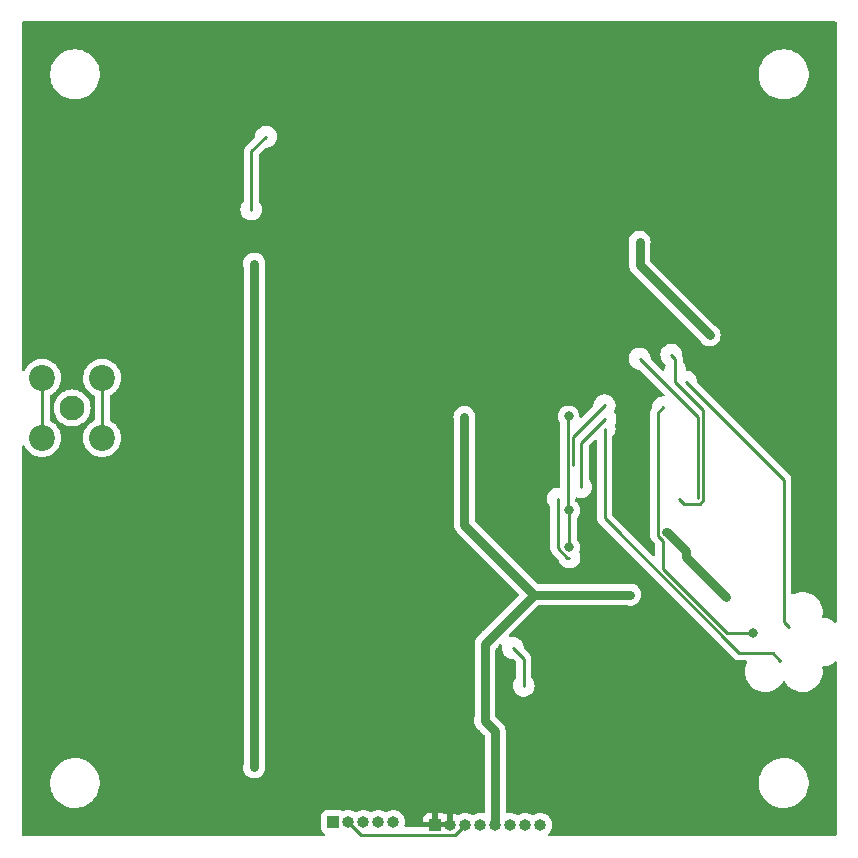
<source format=gbr>
%TF.GenerationSoftware,KiCad,Pcbnew,(6.0.7)*%
%TF.CreationDate,2023-02-12T17:06:42-05:00*%
%TF.ProjectId,GPS,4750532e-6b69-4636-9164-5f7063625858,rev?*%
%TF.SameCoordinates,Original*%
%TF.FileFunction,Copper,L2,Bot*%
%TF.FilePolarity,Positive*%
%FSLAX46Y46*%
G04 Gerber Fmt 4.6, Leading zero omitted, Abs format (unit mm)*
G04 Created by KiCad (PCBNEW (6.0.7)) date 2023-02-12 17:06:42*
%MOMM*%
%LPD*%
G01*
G04 APERTURE LIST*
%TA.AperFunction,ComponentPad*%
%ADD10R,1.000000X1.000000*%
%TD*%
%TA.AperFunction,ComponentPad*%
%ADD11O,1.000000X1.000000*%
%TD*%
%TA.AperFunction,ComponentPad*%
%ADD12C,2.200000*%
%TD*%
%TA.AperFunction,ComponentPad*%
%ADD13C,2.100000*%
%TD*%
%TA.AperFunction,ViaPad*%
%ADD14C,0.160000*%
%TD*%
%TA.AperFunction,ViaPad*%
%ADD15C,0.800000*%
%TD*%
%TA.AperFunction,Conductor*%
%ADD16C,0.750000*%
%TD*%
%TA.AperFunction,Conductor*%
%ADD17C,0.250000*%
%TD*%
G04 APERTURE END LIST*
D10*
%TO.P,J103,1,Pin_1*%
%TO.N,+5V*%
X157988000Y-146050000D03*
D11*
%TO.P,J103,2,Pin_2*%
X159258000Y-146050000D03*
%TO.P,J103,3,Pin_3*%
%TO.N,/CANH*%
X160528000Y-146050000D03*
%TO.P,J103,4,Pin_4*%
%TO.N,/CANL*%
X161798000Y-146050000D03*
%TO.P,J103,5,Pin_5*%
%TO.N,+3.3V*%
X163068000Y-146050000D03*
%TO.P,J103,6,Pin_6*%
X164338000Y-146050000D03*
%TO.P,J103,7,Pin_7*%
%TO.N,GND*%
X165608000Y-146050000D03*
%TO.P,J103,8,Pin_8*%
X166878000Y-146050000D03*
%TD*%
D12*
%TO.P,U104,1,GND*%
%TO.N,GND*%
X124714000Y-113284000D03*
%TO.P,U104,2,GND*%
X124714000Y-108204000D03*
%TO.P,U104,3,GND*%
X129794000Y-108204000D03*
%TO.P,U104,4,GND*%
X129794000Y-113284000D03*
D13*
%TO.P,U104,5,RF_SIG*%
%TO.N,/RF_IN*%
X127254000Y-110744000D03*
%TD*%
D10*
%TO.P,J102,1,Pin_1*%
%TO.N,Net-(D101-Pad2)*%
X149352000Y-145796000D03*
D11*
%TO.P,J102,2,Pin_2*%
%TO.N,/CANH*%
X150622000Y-145796000D03*
%TO.P,J102,3,Pin_3*%
%TO.N,/CANL*%
X151892000Y-145796000D03*
%TO.P,J102,4,Pin_4*%
%TO.N,unconnected-(J102-Pad4)*%
X153162000Y-145796000D03*
%TO.P,J102,5,Pin_5*%
%TO.N,GND*%
X154432000Y-145796000D03*
%TD*%
D14*
%TO.N,/V_in*%
X142670400Y-141172800D03*
X142670400Y-98520600D03*
%TO.N,GND*%
X143678000Y-87777600D03*
X165485600Y-134251200D03*
X168379200Y-118431100D03*
X142436500Y-93944300D03*
X164567300Y-131065500D03*
X169368000Y-123406600D03*
%TO.N,+5V*%
X155194000Y-136906000D03*
%TO.N,+3.3V*%
X175300800Y-96676800D03*
X174519900Y-126548700D03*
X182626000Y-126746000D03*
X162551300Y-130400900D03*
X181233600Y-104587200D03*
X177541900Y-121261700D03*
X162212600Y-137217600D03*
X160468800Y-111508800D03*
%TO.N,/HSE_OUT*%
X169677700Y-115611800D03*
X172334400Y-110520000D03*
%TO.N,/HSE_IN*%
X172411800Y-111640900D03*
X170356800Y-117441600D03*
D15*
%TO.N,+3.3VA*%
X169368000Y-119419200D03*
X169293700Y-111462100D03*
X169368000Y-122544400D03*
D14*
%TO.N,Net-(C115-Pad2)*%
X180297700Y-110542100D03*
X178603000Y-118425500D03*
X178331000Y-107553600D03*
X177990500Y-106242100D03*
%TO.N,/SWDIO*%
X177278400Y-110694700D03*
X180244800Y-127329600D03*
D15*
X184936939Y-129794000D03*
D14*
%TO.N,/BOOT0*%
X175300800Y-106564800D03*
X180244800Y-118399000D03*
%TO.N,/nRESET*%
X187221800Y-132136200D03*
X172334400Y-112497600D03*
%TO.N,/SWCLK*%
X179256000Y-108542400D03*
X187943500Y-129267100D03*
%TD*%
D16*
%TO.N,/V_in*%
X142670400Y-98520600D02*
X142670400Y-141172800D01*
D17*
%TO.N,GND*%
X142436500Y-93944300D02*
X142436500Y-89019100D01*
X164567300Y-131065500D02*
X165485600Y-131983800D01*
X168379200Y-122622900D02*
X168379200Y-118431100D01*
X142436500Y-89019100D02*
X143678000Y-87777600D01*
X124714000Y-108204000D02*
X124714000Y-113284000D01*
X165485600Y-131983800D02*
X165485600Y-134251200D01*
X169162900Y-123406600D02*
X168379200Y-122622900D01*
X129794000Y-108204000D02*
X129794000Y-113284000D01*
X169368000Y-123406600D02*
X169162900Y-123406600D01*
%TO.N,+5V*%
X157988000Y-139700000D02*
X157988000Y-146050000D01*
X155194000Y-136906000D02*
X157988000Y-139700000D01*
D16*
%TO.N,+3.3V*%
X177541900Y-121261700D02*
X177651100Y-121261700D01*
X177651100Y-121261700D02*
X179252800Y-122863400D01*
X174519900Y-126548700D02*
X166403500Y-126548700D01*
X179252800Y-123372800D02*
X182626000Y-126746000D01*
X175300800Y-98654400D02*
X175300800Y-96676800D01*
X160468800Y-120614000D02*
X166403500Y-126548700D01*
X162212600Y-137217600D02*
X163068000Y-138073000D01*
X166403500Y-126548700D02*
X162551300Y-130400900D01*
X181233600Y-104587200D02*
X175300800Y-98654400D01*
X160468800Y-111508800D02*
X160468800Y-120614000D01*
X162551300Y-130400900D02*
X162212600Y-130739600D01*
X162212600Y-130739600D02*
X162212600Y-137217600D01*
X163068000Y-138073000D02*
X163068000Y-146050000D01*
X179252800Y-122863400D02*
X179252800Y-123372800D01*
D17*
%TO.N,/HSE_OUT*%
X172334400Y-110520000D02*
X169677700Y-113176700D01*
X169677700Y-113176700D02*
X169677700Y-115611800D01*
%TO.N,/HSE_IN*%
X170356800Y-117441600D02*
X170356800Y-113695900D01*
X170356800Y-113695900D02*
X172411800Y-111640900D01*
%TO.N,+3.3VA*%
X169227400Y-119278600D02*
X169368000Y-119419200D01*
X169368000Y-119419200D02*
X169368000Y-122544400D01*
X169293700Y-111462100D02*
X169227400Y-111528400D01*
X169227400Y-111528400D02*
X169227400Y-119278600D01*
%TO.N,Net-(C115-Pad2)*%
X180711200Y-118569600D02*
X180711200Y-110955600D01*
X177990500Y-106242100D02*
X178331000Y-106582600D01*
X178331000Y-108575400D02*
X178331000Y-107553600D01*
X179065000Y-118887500D02*
X180393300Y-118887500D01*
X178603000Y-118425500D02*
X179065000Y-118887500D01*
X180711200Y-110955600D02*
X180297700Y-110542100D01*
X180393300Y-118887500D02*
X180711200Y-118569600D01*
X180297700Y-110542100D02*
X178331000Y-108575400D01*
X178331000Y-106582600D02*
X178331000Y-107553600D01*
%TO.N,/SWDIO*%
X180244800Y-127329600D02*
X182709200Y-129794000D01*
X176841600Y-111131500D02*
X176841600Y-121551800D01*
X176841600Y-121551800D02*
X177278300Y-121988500D01*
X177278400Y-124363200D02*
X180244800Y-127329600D01*
X177278400Y-110694700D02*
X176841600Y-111131500D01*
X177278400Y-121988500D02*
X177278400Y-124363200D01*
X177278300Y-121988500D02*
X177278400Y-121988500D01*
X182709200Y-129794000D02*
X184936939Y-129794000D01*
%TO.N,/CANH*%
X150622000Y-145796000D02*
X151712700Y-146886700D01*
X151712700Y-146886700D02*
X159691300Y-146886700D01*
X159691300Y-146886700D02*
X160528000Y-146050000D01*
%TO.N,/BOOT0*%
X180244800Y-118399000D02*
X180244800Y-111508800D01*
X180244800Y-111508800D02*
X175300800Y-106564800D01*
%TO.N,/nRESET*%
X183741000Y-131479900D02*
X186565500Y-131479900D01*
X172334400Y-112497600D02*
X172334400Y-120073300D01*
X186565500Y-131479900D02*
X187221800Y-132136200D01*
X172334400Y-120073300D02*
X183741000Y-131479900D01*
%TO.N,/SWCLK*%
X179256000Y-108542400D02*
X187515500Y-116801900D01*
X187515500Y-116801900D02*
X187515500Y-128839100D01*
X187515500Y-128839100D02*
X187943500Y-129267100D01*
%TD*%
%TA.AperFunction,Conductor*%
%TO.N,+5V*%
G36*
X191933621Y-78028502D02*
G01*
X191980114Y-78082158D01*
X191991500Y-78134500D01*
X191991500Y-128802431D01*
X191971498Y-128870552D01*
X191917842Y-128917045D01*
X191847568Y-128927149D01*
X191782988Y-128897655D01*
X191773952Y-128889004D01*
X191671676Y-128780851D01*
X191671674Y-128780850D01*
X191667286Y-128776209D01*
X191500239Y-128659242D01*
X191313084Y-128578253D01*
X191262627Y-128567712D01*
X191118212Y-128537541D01*
X191118208Y-128537541D01*
X191113467Y-128536550D01*
X191108630Y-128536297D01*
X191108626Y-128536296D01*
X191108560Y-128536293D01*
X191106788Y-128536200D01*
X190957033Y-128536200D01*
X190925533Y-128539400D01*
X190896309Y-128542368D01*
X190826516Y-128529352D01*
X190774839Y-128480670D01*
X190757685Y-128411776D01*
X190762488Y-128382176D01*
X190767277Y-128365530D01*
X190767279Y-128365522D01*
X190768600Y-128360929D01*
X190791302Y-128184937D01*
X190800999Y-128109757D01*
X190801610Y-128105020D01*
X190795531Y-127847063D01*
X190758000Y-127635292D01*
X190751338Y-127597702D01*
X190751337Y-127597696D01*
X190750503Y-127592993D01*
X190667562Y-127348658D01*
X190609876Y-127237607D01*
X190550826Y-127123931D01*
X190550824Y-127123928D01*
X190548617Y-127119679D01*
X190396406Y-126911327D01*
X190393033Y-126907936D01*
X190217806Y-126731789D01*
X190217801Y-126731785D01*
X190214430Y-126728396D01*
X190006878Y-126575096D01*
X190002648Y-126572870D01*
X190002644Y-126572868D01*
X189782762Y-126457183D01*
X189782760Y-126457182D01*
X189778525Y-126454954D01*
X189534627Y-126370735D01*
X189280797Y-126324377D01*
X189198233Y-126320050D01*
X189037387Y-126320050D01*
X189035008Y-126320231D01*
X189035007Y-126320231D01*
X188850481Y-126334267D01*
X188850476Y-126334268D01*
X188845714Y-126334630D01*
X188841061Y-126335709D01*
X188841058Y-126335709D01*
X188689948Y-126370735D01*
X188594349Y-126392894D01*
X188354689Y-126488508D01*
X188350563Y-126490934D01*
X188350556Y-126490937D01*
X188338853Y-126497817D01*
X188269991Y-126515095D01*
X188202720Y-126492401D01*
X188158396Y-126436940D01*
X188149000Y-126389195D01*
X188149000Y-116880667D01*
X188149527Y-116869484D01*
X188151202Y-116861991D01*
X188149062Y-116793900D01*
X188149000Y-116789943D01*
X188149000Y-116762044D01*
X188148496Y-116758053D01*
X188147563Y-116746211D01*
X188147038Y-116729488D01*
X188146174Y-116702011D01*
X188143962Y-116694397D01*
X188143961Y-116694392D01*
X188140523Y-116682559D01*
X188136512Y-116663195D01*
X188134967Y-116650964D01*
X188133974Y-116643103D01*
X188131057Y-116635736D01*
X188131056Y-116635731D01*
X188117698Y-116601992D01*
X188113854Y-116590765D01*
X188103730Y-116555922D01*
X188101518Y-116548307D01*
X188091207Y-116530872D01*
X188082512Y-116513124D01*
X188075052Y-116494283D01*
X188049064Y-116458513D01*
X188042548Y-116448593D01*
X188024080Y-116417365D01*
X188024078Y-116417362D01*
X188020042Y-116410538D01*
X188005721Y-116396217D01*
X187992880Y-116381183D01*
X187985631Y-116371206D01*
X187980972Y-116364793D01*
X187946895Y-116336602D01*
X187938116Y-116328612D01*
X180225594Y-108616089D01*
X180191568Y-108553777D01*
X180189379Y-108540165D01*
X180169902Y-108354855D01*
X180169902Y-108354854D01*
X180169212Y-108348291D01*
X180108899Y-108162665D01*
X180011310Y-107993635D01*
X179880710Y-107848590D01*
X179722807Y-107733867D01*
X179716779Y-107731183D01*
X179716777Y-107731182D01*
X179550534Y-107657165D01*
X179550532Y-107657164D01*
X179544503Y-107654480D01*
X179358606Y-107614966D01*
X179296134Y-107581239D01*
X179261812Y-107519089D01*
X179259494Y-107504890D01*
X179255985Y-107471498D01*
X179244212Y-107359491D01*
X179183899Y-107173865D01*
X179117978Y-107059685D01*
X179089613Y-107010556D01*
X179086310Y-107004835D01*
X179079282Y-106997029D01*
X179024249Y-106935910D01*
X178996864Y-106905495D01*
X178966147Y-106841488D01*
X178964500Y-106821185D01*
X178964500Y-106661368D01*
X178965027Y-106650185D01*
X178966702Y-106642692D01*
X178966047Y-106621835D01*
X178964562Y-106574602D01*
X178964500Y-106570644D01*
X178964500Y-106542744D01*
X178963996Y-106538753D01*
X178963063Y-106526911D01*
X178961923Y-106490636D01*
X178961674Y-106482711D01*
X178959462Y-106475097D01*
X178959461Y-106475092D01*
X178956023Y-106463259D01*
X178952012Y-106443895D01*
X178950467Y-106431664D01*
X178949474Y-106423803D01*
X178946557Y-106416436D01*
X178946556Y-106416431D01*
X178933198Y-106382692D01*
X178929354Y-106371465D01*
X178922419Y-106347596D01*
X178918105Y-106299270D01*
X178923424Y-106248665D01*
X178924114Y-106242100D01*
X178903712Y-106047991D01*
X178843399Y-105862365D01*
X178745810Y-105693335D01*
X178741391Y-105688427D01*
X178619625Y-105553193D01*
X178619623Y-105553192D01*
X178615210Y-105548290D01*
X178457307Y-105433567D01*
X178451279Y-105430883D01*
X178451277Y-105430882D01*
X178285034Y-105356865D01*
X178285032Y-105356864D01*
X178279003Y-105354180D01*
X178183546Y-105333890D01*
X178094546Y-105314972D01*
X178094542Y-105314972D01*
X178088089Y-105313600D01*
X177892911Y-105313600D01*
X177886458Y-105314972D01*
X177886454Y-105314972D01*
X177797454Y-105333890D01*
X177701997Y-105354180D01*
X177695968Y-105356864D01*
X177695966Y-105356865D01*
X177529723Y-105430882D01*
X177529721Y-105430883D01*
X177523693Y-105433567D01*
X177365790Y-105548290D01*
X177361377Y-105553192D01*
X177361375Y-105553193D01*
X177239609Y-105688427D01*
X177235190Y-105693335D01*
X177137601Y-105862365D01*
X177077288Y-106047991D01*
X177056886Y-106242100D01*
X177077288Y-106436209D01*
X177137601Y-106621835D01*
X177140904Y-106627557D01*
X177140905Y-106627558D01*
X177165117Y-106669495D01*
X177235190Y-106790865D01*
X177239608Y-106795772D01*
X177239609Y-106795773D01*
X177335152Y-106901883D01*
X177365790Y-106935910D01*
X177371129Y-106939789D01*
X177449913Y-106997029D01*
X177493267Y-107053251D01*
X177499342Y-107123987D01*
X177484973Y-107161962D01*
X177478101Y-107173865D01*
X177417788Y-107359491D01*
X177417098Y-107366054D01*
X177417098Y-107366055D01*
X177404847Y-107482614D01*
X177377834Y-107548271D01*
X177319612Y-107588900D01*
X177248667Y-107591603D01*
X177190444Y-107558540D01*
X176270392Y-106638487D01*
X176236368Y-106576177D01*
X176234179Y-106562565D01*
X176231056Y-106532847D01*
X176214012Y-106370691D01*
X176153699Y-106185065D01*
X176056110Y-106016035D01*
X175925510Y-105870990D01*
X175767607Y-105756267D01*
X175761579Y-105753583D01*
X175761577Y-105753582D01*
X175595334Y-105679565D01*
X175595332Y-105679564D01*
X175589303Y-105676880D01*
X175493846Y-105656590D01*
X175404846Y-105637672D01*
X175404842Y-105637672D01*
X175398389Y-105636300D01*
X175203211Y-105636300D01*
X175196758Y-105637672D01*
X175196754Y-105637672D01*
X175107754Y-105656590D01*
X175012297Y-105676880D01*
X175006268Y-105679564D01*
X175006266Y-105679565D01*
X174840023Y-105753582D01*
X174840021Y-105753583D01*
X174833993Y-105756267D01*
X174676090Y-105870990D01*
X174545490Y-106016035D01*
X174447901Y-106185065D01*
X174387588Y-106370691D01*
X174367186Y-106564800D01*
X174367876Y-106571365D01*
X174370773Y-106598923D01*
X174387588Y-106758909D01*
X174389628Y-106765187D01*
X174389628Y-106765188D01*
X174414419Y-106841488D01*
X174447901Y-106944535D01*
X174451204Y-106950257D01*
X174451205Y-106950258D01*
X174514503Y-107059894D01*
X174545490Y-107113565D01*
X174549908Y-107118472D01*
X174549909Y-107118473D01*
X174670017Y-107251865D01*
X174676090Y-107258610D01*
X174681429Y-107262489D01*
X174823976Y-107366055D01*
X174833993Y-107373333D01*
X174840021Y-107376017D01*
X174840023Y-107376018D01*
X175006266Y-107450035D01*
X175012297Y-107452720D01*
X175100641Y-107471498D01*
X175196754Y-107491928D01*
X175196758Y-107491928D01*
X175203211Y-107493300D01*
X175281206Y-107493300D01*
X175349327Y-107513302D01*
X175370301Y-107530205D01*
X177391200Y-109551105D01*
X177425226Y-109613417D01*
X177420161Y-109684233D01*
X177377614Y-109741068D01*
X177311094Y-109765879D01*
X177302105Y-109766200D01*
X177180811Y-109766200D01*
X177174358Y-109767572D01*
X177174354Y-109767572D01*
X177085354Y-109786490D01*
X176989897Y-109806780D01*
X176983868Y-109809464D01*
X176983866Y-109809465D01*
X176817623Y-109883482D01*
X176817621Y-109883483D01*
X176811593Y-109886167D01*
X176653690Y-110000890D01*
X176523090Y-110145935D01*
X176425501Y-110314965D01*
X176365188Y-110500591D01*
X176364498Y-110507154D01*
X176364498Y-110507155D01*
X176352689Y-110619508D01*
X176344786Y-110694700D01*
X176343765Y-110694593D01*
X176325985Y-110755145D01*
X176325014Y-110756179D01*
X176321195Y-110763125D01*
X176321193Y-110763128D01*
X176315252Y-110773934D01*
X176304401Y-110790453D01*
X176291986Y-110806459D01*
X176288841Y-110813728D01*
X176288838Y-110813732D01*
X176274426Y-110847037D01*
X176269209Y-110857687D01*
X176247905Y-110896440D01*
X176245934Y-110904115D01*
X176245934Y-110904116D01*
X176242867Y-110916062D01*
X176236463Y-110934766D01*
X176228419Y-110953355D01*
X176227180Y-110961178D01*
X176227177Y-110961188D01*
X176221501Y-110997024D01*
X176219095Y-111008644D01*
X176208100Y-111051470D01*
X176208100Y-111071724D01*
X176206549Y-111091434D01*
X176203380Y-111111443D01*
X176204126Y-111119335D01*
X176207541Y-111155461D01*
X176208100Y-111167319D01*
X176208100Y-121473033D01*
X176207573Y-121484216D01*
X176205898Y-121491709D01*
X176206147Y-121499635D01*
X176206147Y-121499636D01*
X176208038Y-121559786D01*
X176208100Y-121563745D01*
X176208100Y-121591656D01*
X176208597Y-121595590D01*
X176208597Y-121595591D01*
X176208605Y-121595656D01*
X176209538Y-121607493D01*
X176210927Y-121651689D01*
X176216578Y-121671139D01*
X176220587Y-121690500D01*
X176223126Y-121710597D01*
X176226045Y-121717968D01*
X176226045Y-121717970D01*
X176239404Y-121751712D01*
X176243249Y-121762942D01*
X176255582Y-121805393D01*
X176259615Y-121812212D01*
X176259617Y-121812217D01*
X176265893Y-121822828D01*
X176274588Y-121840576D01*
X176282048Y-121859417D01*
X176286710Y-121865833D01*
X176286710Y-121865834D01*
X176308036Y-121895187D01*
X176314552Y-121905107D01*
X176337058Y-121943162D01*
X176351379Y-121957483D01*
X176364219Y-121972516D01*
X176376128Y-121988907D01*
X176398550Y-122007456D01*
X176410193Y-122017088D01*
X176418974Y-122025078D01*
X176607996Y-122214101D01*
X176642021Y-122276413D01*
X176644900Y-122303196D01*
X176644900Y-123183705D01*
X176624898Y-123251826D01*
X176571242Y-123298319D01*
X176500968Y-123308423D01*
X176436388Y-123278929D01*
X176429805Y-123272800D01*
X173004805Y-119847800D01*
X172970779Y-119785488D01*
X172967900Y-119758705D01*
X172967900Y-113230015D01*
X172987902Y-113161894D01*
X173000264Y-113145704D01*
X173085291Y-113051273D01*
X173085292Y-113051272D01*
X173089710Y-113046365D01*
X173187299Y-112877335D01*
X173247612Y-112691709D01*
X173268014Y-112497600D01*
X173247612Y-112303491D01*
X173224371Y-112231960D01*
X173212292Y-112194784D01*
X173210265Y-112123817D01*
X173223004Y-112092853D01*
X173264699Y-112020635D01*
X173319283Y-111852641D01*
X173322972Y-111841288D01*
X173322972Y-111841287D01*
X173325012Y-111835009D01*
X173338897Y-111702909D01*
X173344724Y-111647465D01*
X173345414Y-111640900D01*
X173330944Y-111503233D01*
X173325702Y-111453355D01*
X173325702Y-111453354D01*
X173325012Y-111446791D01*
X173304483Y-111383607D01*
X173266741Y-111267450D01*
X173264699Y-111261165D01*
X173188432Y-111129065D01*
X173170412Y-111097854D01*
X173170411Y-111097853D01*
X173167110Y-111092135D01*
X173163947Y-111088622D01*
X173140322Y-111022410D01*
X173156997Y-110952219D01*
X173187299Y-110899735D01*
X173222807Y-110790453D01*
X173245572Y-110720388D01*
X173245572Y-110720387D01*
X173247612Y-110714109D01*
X173264428Y-110554123D01*
X173267324Y-110526565D01*
X173268014Y-110520000D01*
X173247612Y-110325891D01*
X173242203Y-110309242D01*
X173189341Y-110146550D01*
X173187299Y-110140265D01*
X173089710Y-109971235D01*
X173085291Y-109966327D01*
X172963525Y-109831093D01*
X172963523Y-109831092D01*
X172959110Y-109826190D01*
X172876099Y-109765879D01*
X172806549Y-109715348D01*
X172806548Y-109715347D01*
X172801207Y-109711467D01*
X172795179Y-109708783D01*
X172795177Y-109708782D01*
X172628934Y-109634765D01*
X172628932Y-109634764D01*
X172622903Y-109632080D01*
X172527446Y-109611790D01*
X172438446Y-109592872D01*
X172438442Y-109592872D01*
X172431989Y-109591500D01*
X172236811Y-109591500D01*
X172230358Y-109592872D01*
X172230354Y-109592872D01*
X172141354Y-109611790D01*
X172045897Y-109632080D01*
X172039868Y-109634764D01*
X172039866Y-109634765D01*
X171873623Y-109708782D01*
X171873621Y-109708783D01*
X171867593Y-109711467D01*
X171862252Y-109715347D01*
X171862251Y-109715348D01*
X171792701Y-109765879D01*
X171709690Y-109826190D01*
X171705277Y-109831092D01*
X171705275Y-109831093D01*
X171583509Y-109966327D01*
X171579090Y-109971235D01*
X171481501Y-110140265D01*
X171479459Y-110146550D01*
X171426598Y-110309242D01*
X171421188Y-110325891D01*
X171420498Y-110332454D01*
X171420498Y-110332455D01*
X171401021Y-110517765D01*
X171374008Y-110583421D01*
X171364806Y-110593689D01*
X170421501Y-111536994D01*
X170359189Y-111571020D01*
X170288374Y-111565955D01*
X170231538Y-111523408D01*
X170207096Y-111461070D01*
X170187932Y-111278734D01*
X170187931Y-111278731D01*
X170187242Y-111272172D01*
X170128227Y-111090544D01*
X170123088Y-111081642D01*
X170048363Y-110952216D01*
X170032740Y-110925156D01*
X170015000Y-110905453D01*
X169909375Y-110788145D01*
X169909374Y-110788144D01*
X169904953Y-110783234D01*
X169750452Y-110670982D01*
X169744424Y-110668298D01*
X169744422Y-110668297D01*
X169582019Y-110595991D01*
X169582018Y-110595991D01*
X169575988Y-110593306D01*
X169472788Y-110571370D01*
X169395644Y-110554972D01*
X169395639Y-110554972D01*
X169389187Y-110553600D01*
X169198213Y-110553600D01*
X169191761Y-110554972D01*
X169191756Y-110554972D01*
X169114612Y-110571370D01*
X169011412Y-110593306D01*
X169005382Y-110595991D01*
X169005381Y-110595991D01*
X168842978Y-110668297D01*
X168842976Y-110668298D01*
X168836948Y-110670982D01*
X168682447Y-110783234D01*
X168678026Y-110788144D01*
X168678025Y-110788145D01*
X168572401Y-110905453D01*
X168554660Y-110925156D01*
X168539037Y-110952216D01*
X168464313Y-111081642D01*
X168459173Y-111090544D01*
X168400158Y-111272172D01*
X168399468Y-111278733D01*
X168399468Y-111278735D01*
X168380886Y-111455535D01*
X168380196Y-111462100D01*
X168380886Y-111468665D01*
X168398384Y-111635146D01*
X168400158Y-111652028D01*
X168459173Y-111833656D01*
X168462476Y-111839378D01*
X168462477Y-111839379D01*
X168468282Y-111849433D01*
X168554660Y-111999044D01*
X168559078Y-112003951D01*
X168559079Y-112003952D01*
X168561533Y-112006677D01*
X168562456Y-112008600D01*
X168562961Y-112009295D01*
X168562834Y-112009387D01*
X168592253Y-112070683D01*
X168593900Y-112090991D01*
X168593900Y-117376600D01*
X168573898Y-117444721D01*
X168520242Y-117491214D01*
X168467900Y-117502600D01*
X168281611Y-117502600D01*
X168275158Y-117503972D01*
X168275154Y-117503972D01*
X168186154Y-117522890D01*
X168090697Y-117543180D01*
X168084668Y-117545864D01*
X168084666Y-117545865D01*
X167918423Y-117619882D01*
X167918421Y-117619883D01*
X167912393Y-117622567D01*
X167907052Y-117626447D01*
X167907051Y-117626448D01*
X167885662Y-117641988D01*
X167754490Y-117737290D01*
X167750077Y-117742192D01*
X167750075Y-117742193D01*
X167628932Y-117876735D01*
X167623890Y-117882335D01*
X167620587Y-117888056D01*
X167558686Y-117995273D01*
X167526301Y-118051365D01*
X167524259Y-118057650D01*
X167470931Y-118221779D01*
X167465988Y-118236991D01*
X167445586Y-118431100D01*
X167446276Y-118437665D01*
X167462303Y-118590145D01*
X167465988Y-118625209D01*
X167468028Y-118631487D01*
X167468028Y-118631488D01*
X167491615Y-118704081D01*
X167526301Y-118810835D01*
X167529604Y-118816557D01*
X167529605Y-118816558D01*
X167599703Y-118937972D01*
X167623890Y-118979865D01*
X167628308Y-118984772D01*
X167628309Y-118984773D01*
X167713336Y-119079204D01*
X167744053Y-119143212D01*
X167745700Y-119163515D01*
X167745700Y-122544133D01*
X167745173Y-122555316D01*
X167743498Y-122562809D01*
X167743747Y-122570735D01*
X167743747Y-122570736D01*
X167745638Y-122630886D01*
X167745700Y-122634845D01*
X167745700Y-122662756D01*
X167746197Y-122666690D01*
X167746197Y-122666691D01*
X167746205Y-122666756D01*
X167747138Y-122678593D01*
X167748527Y-122722789D01*
X167754178Y-122742239D01*
X167758187Y-122761600D01*
X167760726Y-122781697D01*
X167763645Y-122789068D01*
X167763645Y-122789070D01*
X167777004Y-122822812D01*
X167780849Y-122834042D01*
X167793182Y-122876493D01*
X167797215Y-122883312D01*
X167797217Y-122883317D01*
X167803493Y-122893928D01*
X167812188Y-122911676D01*
X167819648Y-122930517D01*
X167824310Y-122936933D01*
X167824310Y-122936934D01*
X167845636Y-122966287D01*
X167852152Y-122976207D01*
X167870270Y-123006842D01*
X167874658Y-123014262D01*
X167888979Y-123028583D01*
X167901819Y-123043616D01*
X167913728Y-123060007D01*
X167919834Y-123065058D01*
X167947805Y-123088198D01*
X167956584Y-123096188D01*
X168430357Y-123569961D01*
X168461095Y-123620120D01*
X168515101Y-123786335D01*
X168518404Y-123792057D01*
X168518405Y-123792058D01*
X168580656Y-123899880D01*
X168612690Y-123955365D01*
X168617108Y-123960272D01*
X168617109Y-123960273D01*
X168701243Y-124053712D01*
X168743290Y-124100410D01*
X168901193Y-124215133D01*
X168907221Y-124217817D01*
X168907223Y-124217818D01*
X169073466Y-124291835D01*
X169079497Y-124294520D01*
X169174954Y-124314810D01*
X169263954Y-124333728D01*
X169263958Y-124333728D01*
X169270411Y-124335100D01*
X169465589Y-124335100D01*
X169472042Y-124333728D01*
X169472046Y-124333728D01*
X169561046Y-124314810D01*
X169656503Y-124294520D01*
X169662534Y-124291835D01*
X169828777Y-124217818D01*
X169828779Y-124217817D01*
X169834807Y-124215133D01*
X169992710Y-124100410D01*
X170034758Y-124053712D01*
X170118891Y-123960273D01*
X170118892Y-123960272D01*
X170123310Y-123955365D01*
X170155344Y-123899880D01*
X170217595Y-123792058D01*
X170217596Y-123792057D01*
X170220899Y-123786335D01*
X170272671Y-123626996D01*
X170279172Y-123606988D01*
X170279172Y-123606987D01*
X170281212Y-123600709D01*
X170288192Y-123534305D01*
X170300924Y-123413165D01*
X170301614Y-123406600D01*
X170300148Y-123392650D01*
X170281902Y-123219055D01*
X170281902Y-123219054D01*
X170281212Y-123212491D01*
X170220899Y-123026865D01*
X170214133Y-123015146D01*
X170197395Y-122946151D01*
X170203418Y-122913213D01*
X170261542Y-122734328D01*
X170262583Y-122724429D01*
X170280814Y-122550965D01*
X170281504Y-122544400D01*
X170280315Y-122533083D01*
X170262232Y-122361035D01*
X170262232Y-122361033D01*
X170261542Y-122354472D01*
X170202527Y-122172844D01*
X170107040Y-122007456D01*
X170033863Y-121926185D01*
X170003147Y-121862179D01*
X170001500Y-121841876D01*
X170001500Y-120121724D01*
X170021502Y-120053603D01*
X170033858Y-120037421D01*
X170107040Y-119956144D01*
X170202527Y-119790756D01*
X170261542Y-119609128D01*
X170270309Y-119525720D01*
X170280814Y-119425765D01*
X170281504Y-119419200D01*
X170274507Y-119352628D01*
X170262232Y-119235835D01*
X170262232Y-119235833D01*
X170261542Y-119229272D01*
X170202527Y-119047644D01*
X170107040Y-118882256D01*
X170076752Y-118848617D01*
X169983675Y-118745245D01*
X169983674Y-118745244D01*
X169979253Y-118740334D01*
X169921280Y-118698214D01*
X169912839Y-118692081D01*
X169869485Y-118635858D01*
X169860900Y-118590145D01*
X169860900Y-118431204D01*
X169880902Y-118363083D01*
X169934558Y-118316590D01*
X170004832Y-118306486D01*
X170038150Y-118316098D01*
X170062262Y-118326834D01*
X170062270Y-118326837D01*
X170068297Y-118329520D01*
X170163754Y-118349810D01*
X170252754Y-118368728D01*
X170252758Y-118368728D01*
X170259211Y-118370100D01*
X170454389Y-118370100D01*
X170460842Y-118368728D01*
X170460846Y-118368728D01*
X170549846Y-118349810D01*
X170645303Y-118329520D01*
X170697038Y-118306486D01*
X170817577Y-118252818D01*
X170817579Y-118252817D01*
X170823607Y-118250133D01*
X170841696Y-118236991D01*
X170976171Y-118139289D01*
X170981510Y-118135410D01*
X171062228Y-118045765D01*
X171107691Y-117995273D01*
X171107692Y-117995272D01*
X171112110Y-117990365D01*
X171174481Y-117882335D01*
X171206395Y-117827058D01*
X171206396Y-117827057D01*
X171209699Y-117821335D01*
X171270012Y-117635709D01*
X171290414Y-117441600D01*
X171270012Y-117247491D01*
X171209699Y-117061865D01*
X171112110Y-116892835D01*
X171022664Y-116793495D01*
X170991947Y-116729488D01*
X170990300Y-116709185D01*
X170990300Y-114010494D01*
X171010302Y-113942373D01*
X171027205Y-113921399D01*
X171485805Y-113462799D01*
X171548117Y-113428773D01*
X171618932Y-113433838D01*
X171675768Y-113476385D01*
X171700579Y-113542905D01*
X171700900Y-113551894D01*
X171700900Y-119994533D01*
X171700373Y-120005716D01*
X171698698Y-120013209D01*
X171698947Y-120021135D01*
X171698947Y-120021136D01*
X171700838Y-120081286D01*
X171700900Y-120085245D01*
X171700900Y-120113156D01*
X171701397Y-120117090D01*
X171701397Y-120117091D01*
X171701405Y-120117156D01*
X171702338Y-120128993D01*
X171703727Y-120173189D01*
X171709378Y-120192639D01*
X171713387Y-120212000D01*
X171715926Y-120232097D01*
X171718845Y-120239468D01*
X171718845Y-120239470D01*
X171732204Y-120273212D01*
X171736049Y-120284442D01*
X171748382Y-120326893D01*
X171752415Y-120333712D01*
X171752417Y-120333717D01*
X171758693Y-120344328D01*
X171767388Y-120362076D01*
X171774848Y-120380917D01*
X171779510Y-120387333D01*
X171779510Y-120387334D01*
X171800836Y-120416687D01*
X171807352Y-120426607D01*
X171829858Y-120464662D01*
X171844179Y-120478983D01*
X171857019Y-120494016D01*
X171868928Y-120510407D01*
X171875034Y-120515458D01*
X171903005Y-120538598D01*
X171911784Y-120546588D01*
X183237343Y-131872147D01*
X183244887Y-131880437D01*
X183249000Y-131886918D01*
X183254777Y-131892343D01*
X183298667Y-131933558D01*
X183301509Y-131936313D01*
X183321230Y-131956034D01*
X183324425Y-131958512D01*
X183333447Y-131966218D01*
X183365679Y-131996486D01*
X183372628Y-132000306D01*
X183383432Y-132006246D01*
X183399956Y-132017099D01*
X183415959Y-132029513D01*
X183456543Y-132047076D01*
X183467173Y-132052283D01*
X183505940Y-132073595D01*
X183513617Y-132075566D01*
X183513622Y-132075568D01*
X183525558Y-132078632D01*
X183544266Y-132085037D01*
X183562855Y-132093081D01*
X183570680Y-132094320D01*
X183570682Y-132094321D01*
X183606519Y-132099997D01*
X183618140Y-132102404D01*
X183653289Y-132111428D01*
X183660970Y-132113400D01*
X183681231Y-132113400D01*
X183700940Y-132114951D01*
X183720943Y-132118119D01*
X183728835Y-132117373D01*
X183734062Y-132116879D01*
X183764954Y-132113959D01*
X183776811Y-132113400D01*
X184316561Y-132113400D01*
X184384682Y-132133402D01*
X184431175Y-132187058D01*
X184441279Y-132257332D01*
X184430987Y-132292151D01*
X184422813Y-132309883D01*
X184333739Y-132503100D01*
X184332415Y-132507701D01*
X184332415Y-132507702D01*
X184312925Y-132575450D01*
X184262400Y-132751071D01*
X184261789Y-132755806D01*
X184261788Y-132755812D01*
X184239082Y-132931842D01*
X184229390Y-133006980D01*
X184235469Y-133264937D01*
X184280497Y-133519007D01*
X184282035Y-133523537D01*
X184282035Y-133523538D01*
X184327500Y-133657474D01*
X184363438Y-133763342D01*
X184365642Y-133767584D01*
X184365642Y-133767585D01*
X184444236Y-133918884D01*
X184482383Y-133992321D01*
X184485209Y-133996189D01*
X184485210Y-133996191D01*
X184534496Y-134063655D01*
X184634594Y-134200673D01*
X184637965Y-134204062D01*
X184637967Y-134204064D01*
X184813194Y-134380211D01*
X184813199Y-134380215D01*
X184816570Y-134383604D01*
X185024122Y-134536904D01*
X185028352Y-134539130D01*
X185028356Y-134539132D01*
X185248238Y-134654817D01*
X185252475Y-134657046D01*
X185496373Y-134741265D01*
X185750203Y-134787623D01*
X185832767Y-134791950D01*
X185993613Y-134791950D01*
X185995992Y-134791769D01*
X185995993Y-134791769D01*
X186180519Y-134777733D01*
X186180524Y-134777732D01*
X186185286Y-134777370D01*
X186189939Y-134776291D01*
X186189942Y-134776291D01*
X186431987Y-134720187D01*
X186431986Y-134720187D01*
X186436651Y-134719106D01*
X186676311Y-134623492D01*
X186898750Y-134492726D01*
X186902461Y-134489705D01*
X186902465Y-134489702D01*
X187095139Y-134332841D01*
X187098851Y-134329819D01*
X187272007Y-134138519D01*
X187412119Y-133926431D01*
X187466355Y-133880619D01*
X187536751Y-133871403D01*
X187600955Y-133901708D01*
X187629062Y-133937801D01*
X187657383Y-133992321D01*
X187660209Y-133996189D01*
X187660210Y-133996191D01*
X187709496Y-134063655D01*
X187809594Y-134200673D01*
X187812965Y-134204062D01*
X187812967Y-134204064D01*
X187988194Y-134380211D01*
X187988199Y-134380215D01*
X187991570Y-134383604D01*
X188199122Y-134536904D01*
X188203352Y-134539130D01*
X188203356Y-134539132D01*
X188423238Y-134654817D01*
X188427475Y-134657046D01*
X188671373Y-134741265D01*
X188925203Y-134787623D01*
X189007767Y-134791950D01*
X189168613Y-134791950D01*
X189170992Y-134791769D01*
X189170993Y-134791769D01*
X189355519Y-134777733D01*
X189355524Y-134777732D01*
X189360286Y-134777370D01*
X189364939Y-134776291D01*
X189364942Y-134776291D01*
X189606987Y-134720187D01*
X189606986Y-134720187D01*
X189611651Y-134719106D01*
X189851311Y-134623492D01*
X190073750Y-134492726D01*
X190077461Y-134489705D01*
X190077465Y-134489702D01*
X190270139Y-134332841D01*
X190273851Y-134329819D01*
X190447007Y-134138519D01*
X190589235Y-133923228D01*
X190615737Y-133865742D01*
X190695255Y-133693252D01*
X190695256Y-133693249D01*
X190697261Y-133688900D01*
X190746202Y-133518785D01*
X190767279Y-133445522D01*
X190767280Y-133445517D01*
X190768600Y-133440929D01*
X190791302Y-133264937D01*
X190800999Y-133189757D01*
X190801610Y-133185020D01*
X190795531Y-132927063D01*
X190759119Y-132721609D01*
X190766927Y-132651043D01*
X190811646Y-132595900D01*
X190879078Y-132573688D01*
X190898615Y-132574632D01*
X190902533Y-132575450D01*
X190909212Y-132575800D01*
X191058967Y-132575800D01*
X191131613Y-132568421D01*
X191204534Y-132561014D01*
X191204535Y-132561014D01*
X191210883Y-132560369D01*
X191405478Y-132499386D01*
X191583837Y-132400521D01*
X191738673Y-132267810D01*
X191746801Y-132257332D01*
X191765940Y-132232658D01*
X191823496Y-132191091D01*
X191894388Y-132187239D01*
X191956108Y-132222327D01*
X191989061Y-132285212D01*
X191991500Y-132309883D01*
X191991500Y-146865500D01*
X191971498Y-146933621D01*
X191917842Y-146980114D01*
X191865500Y-146991500D01*
X167672825Y-146991500D01*
X167604704Y-146971498D01*
X167558211Y-146917842D01*
X167548107Y-146847568D01*
X167577444Y-146783169D01*
X167702049Y-146638813D01*
X167702050Y-146638811D01*
X167706078Y-146634145D01*
X167803769Y-146462179D01*
X167866197Y-146274513D01*
X167890985Y-146078295D01*
X167891380Y-146050000D01*
X167872080Y-145853167D01*
X167853050Y-145790135D01*
X167816697Y-145669731D01*
X167814916Y-145663831D01*
X167722066Y-145489204D01*
X167651709Y-145402938D01*
X167600960Y-145340713D01*
X167600957Y-145340710D01*
X167597065Y-145335938D01*
X167592316Y-145332009D01*
X167449425Y-145213799D01*
X167449421Y-145213797D01*
X167444675Y-145209870D01*
X167270701Y-145115802D01*
X167081768Y-145057318D01*
X167075643Y-145056674D01*
X167075642Y-145056674D01*
X166891204Y-145037289D01*
X166891202Y-145037289D01*
X166885075Y-145036645D01*
X166825036Y-145042109D01*
X166694251Y-145054011D01*
X166694248Y-145054012D01*
X166688112Y-145054570D01*
X166682206Y-145056308D01*
X166682202Y-145056309D01*
X166605954Y-145078750D01*
X166498381Y-145110410D01*
X166492923Y-145113263D01*
X166492919Y-145113265D01*
X166465203Y-145127755D01*
X166323110Y-145202040D01*
X166318310Y-145205900D01*
X166313153Y-145209274D01*
X166311769Y-145207158D01*
X166256365Y-145230027D01*
X166186512Y-145217334D01*
X166176898Y-145211709D01*
X166174675Y-145209870D01*
X166000701Y-145115802D01*
X165811768Y-145057318D01*
X165805643Y-145056674D01*
X165805642Y-145056674D01*
X165621204Y-145037289D01*
X165621202Y-145037289D01*
X165615075Y-145036645D01*
X165555036Y-145042109D01*
X165424251Y-145054011D01*
X165424248Y-145054012D01*
X165418112Y-145054570D01*
X165412206Y-145056308D01*
X165412202Y-145056309D01*
X165335954Y-145078750D01*
X165228381Y-145110410D01*
X165222923Y-145113263D01*
X165222919Y-145113265D01*
X165195203Y-145127755D01*
X165053110Y-145202040D01*
X165048310Y-145205900D01*
X165043153Y-145209274D01*
X165041769Y-145207158D01*
X164986365Y-145230027D01*
X164916512Y-145217334D01*
X164906898Y-145211709D01*
X164904675Y-145209870D01*
X164730701Y-145115802D01*
X164541768Y-145057318D01*
X164535643Y-145056674D01*
X164535642Y-145056674D01*
X164351204Y-145037289D01*
X164351202Y-145037289D01*
X164345075Y-145036645D01*
X164285036Y-145042109D01*
X164154251Y-145054011D01*
X164154248Y-145054012D01*
X164148112Y-145054570D01*
X164142206Y-145056308D01*
X164142202Y-145056309D01*
X164132584Y-145059140D01*
X164113074Y-145064882D01*
X164042079Y-145064927D01*
X163982328Y-145026581D01*
X163952794Y-144962019D01*
X163951500Y-144944008D01*
X163951500Y-142632703D01*
X185390743Y-142632703D01*
X185428268Y-142917734D01*
X185504129Y-143195036D01*
X185616923Y-143459476D01*
X185764561Y-143706161D01*
X185944313Y-143930528D01*
X186152851Y-144128423D01*
X186386317Y-144296186D01*
X186390112Y-144298195D01*
X186390113Y-144298196D01*
X186411869Y-144309715D01*
X186640392Y-144430712D01*
X186910373Y-144529511D01*
X187191264Y-144590755D01*
X187219841Y-144593004D01*
X187414282Y-144608307D01*
X187414291Y-144608307D01*
X187416739Y-144608500D01*
X187572271Y-144608500D01*
X187574407Y-144608354D01*
X187574418Y-144608354D01*
X187782548Y-144594165D01*
X187782554Y-144594164D01*
X187786825Y-144593873D01*
X187791020Y-144593004D01*
X187791022Y-144593004D01*
X187927584Y-144564723D01*
X188068342Y-144535574D01*
X188339343Y-144439607D01*
X188594812Y-144307750D01*
X188598313Y-144305289D01*
X188598317Y-144305287D01*
X188712417Y-144225096D01*
X188830023Y-144142441D01*
X189040622Y-143946740D01*
X189222713Y-143724268D01*
X189372927Y-143479142D01*
X189488483Y-143215898D01*
X189567244Y-142939406D01*
X189607751Y-142654784D01*
X189607845Y-142636951D01*
X189609235Y-142371583D01*
X189609235Y-142371576D01*
X189609257Y-142367297D01*
X189571732Y-142082266D01*
X189495871Y-141804964D01*
X189457858Y-141715844D01*
X189384763Y-141544476D01*
X189384761Y-141544472D01*
X189383077Y-141540524D01*
X189308527Y-141415960D01*
X189237643Y-141297521D01*
X189237640Y-141297517D01*
X189235439Y-141293839D01*
X189055687Y-141069472D01*
X188932289Y-140952372D01*
X188850258Y-140874527D01*
X188850255Y-140874525D01*
X188847149Y-140871577D01*
X188613683Y-140703814D01*
X188591843Y-140692250D01*
X188568654Y-140679972D01*
X188359608Y-140569288D01*
X188089627Y-140470489D01*
X187808736Y-140409245D01*
X187777685Y-140406801D01*
X187585718Y-140391693D01*
X187585709Y-140391693D01*
X187583261Y-140391500D01*
X187427729Y-140391500D01*
X187425593Y-140391646D01*
X187425582Y-140391646D01*
X187217452Y-140405835D01*
X187217446Y-140405836D01*
X187213175Y-140406127D01*
X187208980Y-140406996D01*
X187208978Y-140406996D01*
X187072416Y-140435277D01*
X186931658Y-140464426D01*
X186660657Y-140560393D01*
X186405188Y-140692250D01*
X186401687Y-140694711D01*
X186401683Y-140694713D01*
X186391594Y-140701804D01*
X186169977Y-140857559D01*
X185959378Y-141053260D01*
X185777287Y-141275732D01*
X185627073Y-141520858D01*
X185625347Y-141524791D01*
X185625346Y-141524792D01*
X185541480Y-141715844D01*
X185511517Y-141784102D01*
X185432756Y-142060594D01*
X185392249Y-142345216D01*
X185392227Y-142349505D01*
X185392226Y-142349512D01*
X185390765Y-142628417D01*
X185390743Y-142632703D01*
X163951500Y-142632703D01*
X163951500Y-138152450D01*
X163953051Y-138132739D01*
X163954117Y-138126009D01*
X163955149Y-138119493D01*
X163952211Y-138063418D01*
X163951673Y-138053162D01*
X163951500Y-138046568D01*
X163951500Y-138026694D01*
X163949423Y-138006929D01*
X163948906Y-138000354D01*
X163945776Y-137940624D01*
X163945775Y-137940620D01*
X163945430Y-137934029D01*
X163941958Y-137921071D01*
X163938355Y-137901628D01*
X163937644Y-137894866D01*
X163936954Y-137888298D01*
X163916422Y-137825106D01*
X163914556Y-137818804D01*
X163899071Y-137761015D01*
X163897362Y-137754637D01*
X163894366Y-137748758D01*
X163894363Y-137748749D01*
X163891272Y-137742683D01*
X163883708Y-137724421D01*
X163881608Y-137717957D01*
X163881605Y-137717949D01*
X163879564Y-137711669D01*
X163876262Y-137705950D01*
X163876260Y-137705945D01*
X163846346Y-137654133D01*
X163843213Y-137648363D01*
X163813047Y-137589161D01*
X163804609Y-137578741D01*
X163793411Y-137562448D01*
X163793209Y-137562097D01*
X163786704Y-137550831D01*
X163782287Y-137545925D01*
X163782283Y-137545920D01*
X163742253Y-137501462D01*
X163737969Y-137496446D01*
X163727559Y-137483591D01*
X163727556Y-137483588D01*
X163725472Y-137481014D01*
X163711427Y-137466969D01*
X163706886Y-137462184D01*
X163666856Y-137417726D01*
X163666855Y-137417725D01*
X163662434Y-137412815D01*
X163651574Y-137404925D01*
X163636546Y-137392088D01*
X163133005Y-136888547D01*
X163098979Y-136826235D01*
X163096100Y-136799452D01*
X163096100Y-131216968D01*
X163116102Y-131148847D01*
X163148039Y-131115032D01*
X163170671Y-131098589D01*
X163176010Y-131094710D01*
X163190275Y-131078868D01*
X163302191Y-130954573D01*
X163302192Y-130954572D01*
X163306610Y-130949665D01*
X163309910Y-130943949D01*
X163309913Y-130943945D01*
X163372924Y-130834805D01*
X163392948Y-130808710D01*
X163441613Y-130760045D01*
X163503925Y-130726019D01*
X163574740Y-130731084D01*
X163631576Y-130773631D01*
X163656387Y-130840151D01*
X163654266Y-130870845D01*
X163654088Y-130871391D01*
X163633686Y-131065500D01*
X163634376Y-131072065D01*
X163637273Y-131099623D01*
X163654088Y-131259609D01*
X163714401Y-131445235D01*
X163717704Y-131450957D01*
X163717705Y-131450958D01*
X163785572Y-131568508D01*
X163811990Y-131614265D01*
X163816408Y-131619172D01*
X163816409Y-131619173D01*
X163933697Y-131749433D01*
X163942590Y-131759310D01*
X163947929Y-131763189D01*
X164074210Y-131854937D01*
X164100493Y-131874033D01*
X164106521Y-131876717D01*
X164106523Y-131876718D01*
X164266417Y-131947908D01*
X164278797Y-131953420D01*
X164365527Y-131971855D01*
X164463254Y-131992628D01*
X164463258Y-131992628D01*
X164469711Y-131994000D01*
X164547706Y-131994000D01*
X164615827Y-132014002D01*
X164636801Y-132030905D01*
X164815195Y-132209299D01*
X164849221Y-132271611D01*
X164852100Y-132298394D01*
X164852100Y-133518785D01*
X164832098Y-133586906D01*
X164819738Y-133603094D01*
X164730290Y-133702435D01*
X164726987Y-133708156D01*
X164695126Y-133763342D01*
X164632701Y-133871465D01*
X164572388Y-134057091D01*
X164551986Y-134251200D01*
X164572388Y-134445309D01*
X164574428Y-134451587D01*
X164574428Y-134451588D01*
X164588583Y-134495154D01*
X164632701Y-134630935D01*
X164730290Y-134799965D01*
X164860890Y-134945010D01*
X165018793Y-135059733D01*
X165024821Y-135062417D01*
X165024823Y-135062418D01*
X165191066Y-135136435D01*
X165197097Y-135139120D01*
X165292554Y-135159410D01*
X165381554Y-135178328D01*
X165381558Y-135178328D01*
X165388011Y-135179700D01*
X165583189Y-135179700D01*
X165589642Y-135178328D01*
X165589646Y-135178328D01*
X165678646Y-135159410D01*
X165774103Y-135139120D01*
X165780134Y-135136435D01*
X165946377Y-135062418D01*
X165946379Y-135062417D01*
X165952407Y-135059733D01*
X166110310Y-134945010D01*
X166240910Y-134799965D01*
X166338499Y-134630935D01*
X166382617Y-134495154D01*
X166396772Y-134451588D01*
X166396772Y-134451587D01*
X166398812Y-134445309D01*
X166419214Y-134251200D01*
X166398812Y-134057091D01*
X166338499Y-133871465D01*
X166276075Y-133763342D01*
X166244213Y-133708156D01*
X166240910Y-133702435D01*
X166151464Y-133603095D01*
X166120747Y-133539088D01*
X166119100Y-133518785D01*
X166119100Y-132062567D01*
X166119627Y-132051384D01*
X166121302Y-132043891D01*
X166120363Y-132014002D01*
X166119162Y-131975814D01*
X166119100Y-131971855D01*
X166119100Y-131943944D01*
X166118595Y-131939944D01*
X166117662Y-131928101D01*
X166116522Y-131891829D01*
X166116273Y-131883910D01*
X166110622Y-131864458D01*
X166106614Y-131845106D01*
X166105067Y-131832863D01*
X166104074Y-131825003D01*
X166101156Y-131817632D01*
X166087800Y-131783897D01*
X166083955Y-131772670D01*
X166078649Y-131754407D01*
X166071618Y-131730207D01*
X166067584Y-131723385D01*
X166067581Y-131723379D01*
X166061306Y-131712768D01*
X166052610Y-131695018D01*
X166048072Y-131683556D01*
X166048069Y-131683551D01*
X166045152Y-131676183D01*
X166019173Y-131640425D01*
X166012657Y-131630507D01*
X165994175Y-131599257D01*
X165990142Y-131592437D01*
X165975818Y-131578113D01*
X165962976Y-131563078D01*
X165960112Y-131559136D01*
X165951072Y-131546693D01*
X165917006Y-131518511D01*
X165908227Y-131510522D01*
X165536894Y-131139189D01*
X165502868Y-131076877D01*
X165500679Y-131063265D01*
X165497953Y-131037324D01*
X165480512Y-130871391D01*
X165463958Y-130820441D01*
X165422241Y-130692050D01*
X165420199Y-130685765D01*
X165383303Y-130621858D01*
X165325913Y-130522456D01*
X165322610Y-130516735D01*
X165309115Y-130501747D01*
X165196425Y-130376593D01*
X165196423Y-130376592D01*
X165192010Y-130371690D01*
X165121874Y-130320733D01*
X165039449Y-130260848D01*
X165039448Y-130260847D01*
X165034107Y-130256967D01*
X165028079Y-130254283D01*
X165028077Y-130254282D01*
X164861834Y-130180265D01*
X164861832Y-130180264D01*
X164855803Y-130177580D01*
X164750697Y-130155239D01*
X164671346Y-130138372D01*
X164671342Y-130138372D01*
X164664889Y-130137000D01*
X164469711Y-130137000D01*
X164463258Y-130138372D01*
X164463254Y-130138372D01*
X164371394Y-130157898D01*
X164300603Y-130152496D01*
X164243971Y-130109679D01*
X164219477Y-130043042D01*
X164234898Y-129973740D01*
X164256102Y-129945556D01*
X166732553Y-127469105D01*
X166794865Y-127435079D01*
X166821648Y-127432200D01*
X174200070Y-127432200D01*
X174231286Y-127437144D01*
X174231397Y-127436620D01*
X174415854Y-127475828D01*
X174415858Y-127475828D01*
X174422311Y-127477200D01*
X174617489Y-127477200D01*
X174623942Y-127475828D01*
X174623946Y-127475828D01*
X174712946Y-127456910D01*
X174808403Y-127436620D01*
X174814434Y-127433935D01*
X174980677Y-127359918D01*
X174980679Y-127359917D01*
X174986707Y-127357233D01*
X175144610Y-127242510D01*
X175192997Y-127188772D01*
X175270791Y-127102373D01*
X175270792Y-127102372D01*
X175275210Y-127097465D01*
X175356798Y-126956150D01*
X175369495Y-126934158D01*
X175369496Y-126934157D01*
X175372799Y-126928435D01*
X175421301Y-126779159D01*
X175431072Y-126749088D01*
X175431072Y-126749087D01*
X175433112Y-126742809D01*
X175446849Y-126612117D01*
X175452824Y-126555265D01*
X175453514Y-126548700D01*
X175447443Y-126490936D01*
X175433802Y-126361155D01*
X175433802Y-126361154D01*
X175433112Y-126354591D01*
X175426509Y-126334267D01*
X175374841Y-126175250D01*
X175372799Y-126168965D01*
X175275210Y-125999935D01*
X175200260Y-125916695D01*
X175149025Y-125859793D01*
X175149023Y-125859792D01*
X175144610Y-125854890D01*
X174986707Y-125740167D01*
X174980679Y-125737483D01*
X174980677Y-125737482D01*
X174814434Y-125663465D01*
X174814432Y-125663464D01*
X174808403Y-125660780D01*
X174712946Y-125640490D01*
X174623946Y-125621572D01*
X174623942Y-125621572D01*
X174617489Y-125620200D01*
X174422311Y-125620200D01*
X174415858Y-125621572D01*
X174415854Y-125621572D01*
X174231397Y-125660780D01*
X174231286Y-125660256D01*
X174200070Y-125665200D01*
X166821648Y-125665200D01*
X166753527Y-125645198D01*
X166732553Y-125628295D01*
X161389205Y-120284947D01*
X161355179Y-120222635D01*
X161352300Y-120195852D01*
X161352300Y-111814310D01*
X161358467Y-111775374D01*
X161379972Y-111709188D01*
X161379972Y-111709187D01*
X161382012Y-111702909D01*
X161387840Y-111647465D01*
X161401724Y-111515365D01*
X161402414Y-111508800D01*
X161397397Y-111461070D01*
X161382702Y-111321255D01*
X161382702Y-111321254D01*
X161382012Y-111314691D01*
X161358870Y-111243465D01*
X161332197Y-111161375D01*
X161321699Y-111129065D01*
X161316082Y-111119335D01*
X161227413Y-110965756D01*
X161224110Y-110960035D01*
X161192705Y-110925156D01*
X161097925Y-110819893D01*
X161097923Y-110819892D01*
X161093510Y-110814990D01*
X161013537Y-110756886D01*
X160940949Y-110704148D01*
X160940948Y-110704147D01*
X160935607Y-110700267D01*
X160929579Y-110697583D01*
X160929577Y-110697582D01*
X160763334Y-110623565D01*
X160763332Y-110623564D01*
X160757303Y-110620880D01*
X160661846Y-110600590D01*
X160572846Y-110581672D01*
X160572842Y-110581672D01*
X160566389Y-110580300D01*
X160371211Y-110580300D01*
X160364758Y-110581672D01*
X160364754Y-110581672D01*
X160275754Y-110600590D01*
X160180297Y-110620880D01*
X160174268Y-110623564D01*
X160174266Y-110623565D01*
X160008023Y-110697582D01*
X160008021Y-110697583D01*
X160001993Y-110700267D01*
X159996652Y-110704147D01*
X159996651Y-110704148D01*
X159924063Y-110756886D01*
X159844090Y-110814990D01*
X159839677Y-110819892D01*
X159839675Y-110819893D01*
X159744895Y-110925156D01*
X159713490Y-110960035D01*
X159710187Y-110965756D01*
X159621519Y-111119335D01*
X159615901Y-111129065D01*
X159605403Y-111161375D01*
X159578731Y-111243465D01*
X159555588Y-111314691D01*
X159554898Y-111321254D01*
X159554898Y-111321255D01*
X159540203Y-111461070D01*
X159535186Y-111508800D01*
X159535876Y-111515365D01*
X159549761Y-111647465D01*
X159555588Y-111702909D01*
X159557628Y-111709187D01*
X159557628Y-111709188D01*
X159579133Y-111775374D01*
X159585300Y-111814310D01*
X159585300Y-120534543D01*
X159583749Y-120554255D01*
X159581650Y-120567507D01*
X159581995Y-120574094D01*
X159581995Y-120574098D01*
X159585127Y-120633850D01*
X159585300Y-120640445D01*
X159585300Y-120660306D01*
X159586593Y-120672607D01*
X159587376Y-120680059D01*
X159587893Y-120686628D01*
X159591370Y-120752971D01*
X159594842Y-120765929D01*
X159598445Y-120785372D01*
X159599846Y-120798702D01*
X159620378Y-120861894D01*
X159622244Y-120868196D01*
X159639438Y-120932363D01*
X159642434Y-120938242D01*
X159642437Y-120938251D01*
X159645528Y-120944317D01*
X159653092Y-120962579D01*
X159655192Y-120969043D01*
X159655195Y-120969051D01*
X159657236Y-120975331D01*
X159660538Y-120981050D01*
X159660540Y-120981055D01*
X159690454Y-121032867D01*
X159693587Y-121038637D01*
X159723753Y-121097839D01*
X159727909Y-121102971D01*
X159732191Y-121108259D01*
X159743389Y-121124552D01*
X159750096Y-121136169D01*
X159754513Y-121141075D01*
X159754517Y-121141080D01*
X159794547Y-121185538D01*
X159798831Y-121190554D01*
X159809241Y-121203409D01*
X159811328Y-121205986D01*
X159825373Y-121220031D01*
X159829914Y-121224816D01*
X159874366Y-121274185D01*
X159885226Y-121282075D01*
X159900254Y-121294912D01*
X165064947Y-126459605D01*
X165098973Y-126521917D01*
X165093908Y-126592732D01*
X165064947Y-126637795D01*
X162147660Y-129555082D01*
X162109816Y-129581092D01*
X162084493Y-129592367D01*
X162079152Y-129596247D01*
X162079151Y-129596248D01*
X161985715Y-129664133D01*
X161926590Y-129707090D01*
X161922177Y-129711992D01*
X161922175Y-129711993D01*
X161800409Y-129847227D01*
X161795990Y-129852135D01*
X161792690Y-129857851D01*
X161792687Y-129857855D01*
X161729676Y-129966995D01*
X161709652Y-129993090D01*
X161644054Y-130058688D01*
X161629026Y-130071525D01*
X161618166Y-130079415D01*
X161613745Y-130084325D01*
X161613744Y-130084326D01*
X161573714Y-130128784D01*
X161569173Y-130133569D01*
X161555128Y-130147614D01*
X161553044Y-130150188D01*
X161553041Y-130150191D01*
X161542631Y-130163046D01*
X161538347Y-130168062D01*
X161498317Y-130212520D01*
X161498313Y-130212525D01*
X161493896Y-130217431D01*
X161487391Y-130228697D01*
X161487189Y-130229048D01*
X161475991Y-130245341D01*
X161467553Y-130255761D01*
X161437387Y-130314963D01*
X161434254Y-130320733D01*
X161404340Y-130372545D01*
X161404338Y-130372550D01*
X161401036Y-130378269D01*
X161398995Y-130384549D01*
X161398992Y-130384557D01*
X161396892Y-130391021D01*
X161389328Y-130409283D01*
X161386237Y-130415349D01*
X161386234Y-130415358D01*
X161383238Y-130421237D01*
X161381529Y-130427615D01*
X161366044Y-130485404D01*
X161364178Y-130491706D01*
X161343646Y-130554898D01*
X161342956Y-130561466D01*
X161342245Y-130568228D01*
X161338642Y-130587671D01*
X161335170Y-130600629D01*
X161334825Y-130607219D01*
X161334824Y-130607223D01*
X161331693Y-130666967D01*
X161331177Y-130673531D01*
X161329100Y-130693294D01*
X161329100Y-130713155D01*
X161328927Y-130719750D01*
X161325450Y-130786093D01*
X161326482Y-130792607D01*
X161327549Y-130799344D01*
X161329100Y-130819056D01*
X161329100Y-136912090D01*
X161322933Y-136951026D01*
X161299388Y-137023491D01*
X161278986Y-137217600D01*
X161299388Y-137411709D01*
X161301428Y-137417987D01*
X161301428Y-137417988D01*
X161328550Y-137501462D01*
X161359701Y-137597335D01*
X161457290Y-137766365D01*
X161461708Y-137771272D01*
X161461709Y-137771273D01*
X161572994Y-137894866D01*
X161587890Y-137911410D01*
X161745793Y-138026133D01*
X161771116Y-138037408D01*
X161808960Y-138063418D01*
X162147595Y-138402053D01*
X162181621Y-138464365D01*
X162184500Y-138491148D01*
X162184500Y-144942981D01*
X162164498Y-145011102D01*
X162110842Y-145057595D01*
X162040568Y-145067699D01*
X162021246Y-145063347D01*
X162001768Y-145057318D01*
X161995643Y-145056674D01*
X161995642Y-145056674D01*
X161811204Y-145037289D01*
X161811202Y-145037289D01*
X161805075Y-145036645D01*
X161745036Y-145042109D01*
X161614251Y-145054011D01*
X161614248Y-145054012D01*
X161608112Y-145054570D01*
X161602206Y-145056308D01*
X161602202Y-145056309D01*
X161525954Y-145078750D01*
X161418381Y-145110410D01*
X161412923Y-145113263D01*
X161412919Y-145113265D01*
X161385203Y-145127755D01*
X161243110Y-145202040D01*
X161238310Y-145205900D01*
X161233153Y-145209274D01*
X161231769Y-145207158D01*
X161176365Y-145230027D01*
X161106512Y-145217334D01*
X161096898Y-145211709D01*
X161094675Y-145209870D01*
X160920701Y-145115802D01*
X160731768Y-145057318D01*
X160725643Y-145056674D01*
X160725642Y-145056674D01*
X160541204Y-145037289D01*
X160541202Y-145037289D01*
X160535075Y-145036645D01*
X160475036Y-145042109D01*
X160344251Y-145054011D01*
X160344248Y-145054012D01*
X160338112Y-145054570D01*
X160332206Y-145056308D01*
X160332202Y-145056309D01*
X160255954Y-145078750D01*
X160148381Y-145110410D01*
X160142923Y-145113263D01*
X160142919Y-145113265D01*
X160115203Y-145127755D01*
X159973110Y-145202040D01*
X159968310Y-145205900D01*
X159963153Y-145209274D01*
X159961849Y-145207281D01*
X159905977Y-145230354D01*
X159836122Y-145217674D01*
X159822186Y-145209522D01*
X159818980Y-145207360D01*
X159655924Y-145119196D01*
X159644619Y-145114444D01*
X159529308Y-145078750D01*
X159515205Y-145078544D01*
X159512000Y-145085299D01*
X159512000Y-146117905D01*
X159491998Y-146186026D01*
X159475095Y-146207000D01*
X159465800Y-146216295D01*
X159403488Y-146250321D01*
X159376705Y-146253200D01*
X155517495Y-146253200D01*
X155449374Y-146233198D01*
X155402881Y-146179542D01*
X155392777Y-146109268D01*
X155397937Y-146087428D01*
X155400976Y-146078295D01*
X155420197Y-146020513D01*
X155444985Y-145824295D01*
X155445380Y-145796000D01*
X155443604Y-145777885D01*
X156980000Y-145777885D01*
X156984475Y-145793124D01*
X156985865Y-145794329D01*
X156993548Y-145796000D01*
X157715885Y-145796000D01*
X157731124Y-145791525D01*
X157732329Y-145790135D01*
X157734000Y-145782452D01*
X157734000Y-145777885D01*
X158242000Y-145777885D01*
X158246475Y-145793124D01*
X158247865Y-145794329D01*
X158255548Y-145796000D01*
X158985885Y-145796000D01*
X159001124Y-145791525D01*
X159002329Y-145790135D01*
X159004000Y-145782452D01*
X159004000Y-145092076D01*
X159000027Y-145078545D01*
X158992232Y-145077425D01*
X158884479Y-145109138D01*
X158873110Y-145113731D01*
X158872753Y-145113918D01*
X158872546Y-145113959D01*
X158867396Y-145116040D01*
X158867000Y-145115061D01*
X158803118Y-145127755D01*
X158750570Y-145107598D01*
X158749517Y-145109522D01*
X158726054Y-145096676D01*
X158605606Y-145051522D01*
X158590351Y-145047895D01*
X158539486Y-145042369D01*
X158532672Y-145042000D01*
X158260115Y-145042000D01*
X158244876Y-145046475D01*
X158243671Y-145047865D01*
X158242000Y-145055548D01*
X158242000Y-145777885D01*
X157734000Y-145777885D01*
X157734000Y-145060116D01*
X157729525Y-145044877D01*
X157728135Y-145043672D01*
X157720452Y-145042001D01*
X157443331Y-145042001D01*
X157436510Y-145042371D01*
X157385648Y-145047895D01*
X157370396Y-145051521D01*
X157249946Y-145096676D01*
X157234351Y-145105214D01*
X157132276Y-145181715D01*
X157119715Y-145194276D01*
X157043214Y-145296351D01*
X157034676Y-145311946D01*
X156989522Y-145432394D01*
X156985895Y-145447649D01*
X156980369Y-145498514D01*
X156980000Y-145505328D01*
X156980000Y-145777885D01*
X155443604Y-145777885D01*
X155426080Y-145599167D01*
X155368916Y-145409831D01*
X155276066Y-145235204D01*
X155178080Y-145115061D01*
X155154960Y-145086713D01*
X155154957Y-145086710D01*
X155151065Y-145081938D01*
X155133853Y-145067699D01*
X155003425Y-144959799D01*
X155003421Y-144959797D01*
X154998675Y-144955870D01*
X154824701Y-144861802D01*
X154635768Y-144803318D01*
X154629643Y-144802674D01*
X154629642Y-144802674D01*
X154445204Y-144783289D01*
X154445202Y-144783289D01*
X154439075Y-144782645D01*
X154356576Y-144790153D01*
X154248251Y-144800011D01*
X154248248Y-144800012D01*
X154242112Y-144800570D01*
X154236206Y-144802308D01*
X154236202Y-144802309D01*
X154131076Y-144833249D01*
X154052381Y-144856410D01*
X154046923Y-144859263D01*
X154046919Y-144859265D01*
X153976410Y-144896127D01*
X153877110Y-144948040D01*
X153872310Y-144951900D01*
X153867153Y-144955274D01*
X153865769Y-144953158D01*
X153810365Y-144976027D01*
X153740512Y-144963334D01*
X153730898Y-144957709D01*
X153728675Y-144955870D01*
X153554701Y-144861802D01*
X153365768Y-144803318D01*
X153359643Y-144802674D01*
X153359642Y-144802674D01*
X153175204Y-144783289D01*
X153175202Y-144783289D01*
X153169075Y-144782645D01*
X153086576Y-144790153D01*
X152978251Y-144800011D01*
X152978248Y-144800012D01*
X152972112Y-144800570D01*
X152966206Y-144802308D01*
X152966202Y-144802309D01*
X152861076Y-144833249D01*
X152782381Y-144856410D01*
X152776923Y-144859263D01*
X152776919Y-144859265D01*
X152706410Y-144896127D01*
X152607110Y-144948040D01*
X152602310Y-144951900D01*
X152597153Y-144955274D01*
X152595769Y-144953158D01*
X152540365Y-144976027D01*
X152470512Y-144963334D01*
X152460898Y-144957709D01*
X152458675Y-144955870D01*
X152284701Y-144861802D01*
X152095768Y-144803318D01*
X152089643Y-144802674D01*
X152089642Y-144802674D01*
X151905204Y-144783289D01*
X151905202Y-144783289D01*
X151899075Y-144782645D01*
X151816576Y-144790153D01*
X151708251Y-144800011D01*
X151708248Y-144800012D01*
X151702112Y-144800570D01*
X151696206Y-144802308D01*
X151696202Y-144802309D01*
X151591076Y-144833249D01*
X151512381Y-144856410D01*
X151506923Y-144859263D01*
X151506919Y-144859265D01*
X151436410Y-144896127D01*
X151337110Y-144948040D01*
X151332310Y-144951900D01*
X151327153Y-144955274D01*
X151325769Y-144953158D01*
X151270365Y-144976027D01*
X151200512Y-144963334D01*
X151190898Y-144957709D01*
X151188675Y-144955870D01*
X151014701Y-144861802D01*
X150825768Y-144803318D01*
X150819643Y-144802674D01*
X150819642Y-144802674D01*
X150635204Y-144783289D01*
X150635202Y-144783289D01*
X150629075Y-144782645D01*
X150546576Y-144790153D01*
X150438251Y-144800011D01*
X150438248Y-144800012D01*
X150432112Y-144800570D01*
X150426206Y-144802308D01*
X150426202Y-144802309D01*
X150290551Y-144842233D01*
X150242381Y-144856410D01*
X150236797Y-144859329D01*
X150236727Y-144859343D01*
X150231209Y-144861573D01*
X150230785Y-144860524D01*
X150167164Y-144873165D01*
X150114846Y-144853096D01*
X150113760Y-144855079D01*
X150105892Y-144850771D01*
X150098705Y-144845385D01*
X149962316Y-144794255D01*
X149900134Y-144787500D01*
X148803866Y-144787500D01*
X148741684Y-144794255D01*
X148605295Y-144845385D01*
X148488739Y-144932739D01*
X148401385Y-145049295D01*
X148350255Y-145185684D01*
X148343500Y-145247866D01*
X148343500Y-146344134D01*
X148350255Y-146406316D01*
X148401385Y-146542705D01*
X148488739Y-146659261D01*
X148605295Y-146746615D01*
X148613703Y-146749767D01*
X148621575Y-146754077D01*
X148620077Y-146756813D01*
X148664466Y-146790156D01*
X148689167Y-146856717D01*
X148673963Y-146926066D01*
X148623678Y-146976186D01*
X148563474Y-146991500D01*
X123134500Y-146991500D01*
X123066379Y-146971498D01*
X123019886Y-146917842D01*
X123008500Y-146865500D01*
X123008500Y-142632703D01*
X125390743Y-142632703D01*
X125428268Y-142917734D01*
X125504129Y-143195036D01*
X125616923Y-143459476D01*
X125764561Y-143706161D01*
X125944313Y-143930528D01*
X126152851Y-144128423D01*
X126386317Y-144296186D01*
X126390112Y-144298195D01*
X126390113Y-144298196D01*
X126411869Y-144309715D01*
X126640392Y-144430712D01*
X126910373Y-144529511D01*
X127191264Y-144590755D01*
X127219841Y-144593004D01*
X127414282Y-144608307D01*
X127414291Y-144608307D01*
X127416739Y-144608500D01*
X127572271Y-144608500D01*
X127574407Y-144608354D01*
X127574418Y-144608354D01*
X127782548Y-144594165D01*
X127782554Y-144594164D01*
X127786825Y-144593873D01*
X127791020Y-144593004D01*
X127791022Y-144593004D01*
X127927584Y-144564723D01*
X128068342Y-144535574D01*
X128339343Y-144439607D01*
X128594812Y-144307750D01*
X128598313Y-144305289D01*
X128598317Y-144305287D01*
X128712417Y-144225096D01*
X128830023Y-144142441D01*
X129040622Y-143946740D01*
X129222713Y-143724268D01*
X129372927Y-143479142D01*
X129488483Y-143215898D01*
X129567244Y-142939406D01*
X129607751Y-142654784D01*
X129607845Y-142636951D01*
X129609235Y-142371583D01*
X129609235Y-142371576D01*
X129609257Y-142367297D01*
X129571732Y-142082266D01*
X129495871Y-141804964D01*
X129457858Y-141715844D01*
X129384763Y-141544476D01*
X129384761Y-141544472D01*
X129383077Y-141540524D01*
X129308527Y-141415960D01*
X129237643Y-141297521D01*
X129237640Y-141297517D01*
X129235439Y-141293839D01*
X129138468Y-141172800D01*
X141736786Y-141172800D01*
X141757188Y-141366909D01*
X141817501Y-141552535D01*
X141915090Y-141721565D01*
X141919508Y-141726472D01*
X141919509Y-141726473D01*
X141967859Y-141780170D01*
X142045690Y-141866610D01*
X142203593Y-141981333D01*
X142209621Y-141984017D01*
X142209623Y-141984018D01*
X142372342Y-142056466D01*
X142381897Y-142060720D01*
X142477354Y-142081010D01*
X142566354Y-142099928D01*
X142566358Y-142099928D01*
X142572811Y-142101300D01*
X142767989Y-142101300D01*
X142774442Y-142099928D01*
X142774446Y-142099928D01*
X142863446Y-142081010D01*
X142958903Y-142060720D01*
X142968458Y-142056466D01*
X143131177Y-141984018D01*
X143131179Y-141984017D01*
X143137207Y-141981333D01*
X143295110Y-141866610D01*
X143372942Y-141780170D01*
X143421291Y-141726473D01*
X143421292Y-141726472D01*
X143425710Y-141721565D01*
X143523299Y-141552535D01*
X143583612Y-141366909D01*
X143604014Y-141172800D01*
X143592844Y-141066525D01*
X143584302Y-140985255D01*
X143584302Y-140985254D01*
X143583612Y-140978691D01*
X143560067Y-140906226D01*
X143553900Y-140867290D01*
X143553900Y-98826110D01*
X143560067Y-98787174D01*
X143581572Y-98720988D01*
X143581572Y-98720987D01*
X143583612Y-98714709D01*
X143587865Y-98674250D01*
X143603324Y-98527165D01*
X143604014Y-98520600D01*
X143583612Y-98326491D01*
X143523299Y-98140865D01*
X143425710Y-97971835D01*
X143295110Y-97826790D01*
X143137207Y-97712067D01*
X143131179Y-97709383D01*
X143131177Y-97709382D01*
X142964934Y-97635365D01*
X142964932Y-97635364D01*
X142958903Y-97632680D01*
X142863446Y-97612390D01*
X142774446Y-97593472D01*
X142774442Y-97593472D01*
X142767989Y-97592100D01*
X142572811Y-97592100D01*
X142566358Y-97593472D01*
X142566354Y-97593472D01*
X142477354Y-97612390D01*
X142381897Y-97632680D01*
X142375868Y-97635364D01*
X142375866Y-97635365D01*
X142209623Y-97709382D01*
X142209621Y-97709383D01*
X142203593Y-97712067D01*
X142045690Y-97826790D01*
X141915090Y-97971835D01*
X141817501Y-98140865D01*
X141757188Y-98326491D01*
X141736786Y-98520600D01*
X141737476Y-98527165D01*
X141752936Y-98674250D01*
X141757188Y-98714709D01*
X141759228Y-98720987D01*
X141759228Y-98720988D01*
X141780733Y-98787174D01*
X141786900Y-98826110D01*
X141786900Y-140867290D01*
X141780733Y-140906226D01*
X141757188Y-140978691D01*
X141756498Y-140985254D01*
X141756498Y-140985255D01*
X141747956Y-141066525D01*
X141736786Y-141172800D01*
X129138468Y-141172800D01*
X129055687Y-141069472D01*
X128932289Y-140952372D01*
X128850258Y-140874527D01*
X128850255Y-140874525D01*
X128847149Y-140871577D01*
X128613683Y-140703814D01*
X128591843Y-140692250D01*
X128568654Y-140679972D01*
X128359608Y-140569288D01*
X128089627Y-140470489D01*
X127808736Y-140409245D01*
X127777685Y-140406801D01*
X127585718Y-140391693D01*
X127585709Y-140391693D01*
X127583261Y-140391500D01*
X127427729Y-140391500D01*
X127425593Y-140391646D01*
X127425582Y-140391646D01*
X127217452Y-140405835D01*
X127217446Y-140405836D01*
X127213175Y-140406127D01*
X127208980Y-140406996D01*
X127208978Y-140406996D01*
X127072416Y-140435277D01*
X126931658Y-140464426D01*
X126660657Y-140560393D01*
X126405188Y-140692250D01*
X126401687Y-140694711D01*
X126401683Y-140694713D01*
X126391594Y-140701804D01*
X126169977Y-140857559D01*
X125959378Y-141053260D01*
X125777287Y-141275732D01*
X125627073Y-141520858D01*
X125625347Y-141524791D01*
X125625346Y-141524792D01*
X125541480Y-141715844D01*
X125511517Y-141784102D01*
X125432756Y-142060594D01*
X125392249Y-142345216D01*
X125392227Y-142349505D01*
X125392226Y-142349512D01*
X125390765Y-142628417D01*
X125390743Y-142632703D01*
X123008500Y-142632703D01*
X123008500Y-114003218D01*
X123028502Y-113935097D01*
X123082158Y-113888604D01*
X123152432Y-113878500D01*
X123217012Y-113907994D01*
X123250909Y-113955000D01*
X123270882Y-114003218D01*
X123276384Y-114016502D01*
X123408672Y-114232376D01*
X123573102Y-114424898D01*
X123765624Y-114589328D01*
X123981498Y-114721616D01*
X123986068Y-114723509D01*
X123986072Y-114723511D01*
X124210836Y-114816611D01*
X124215409Y-114818505D01*
X124300032Y-114838821D01*
X124456784Y-114876454D01*
X124456790Y-114876455D01*
X124461597Y-114877609D01*
X124714000Y-114897474D01*
X124966403Y-114877609D01*
X124971210Y-114876455D01*
X124971216Y-114876454D01*
X125127968Y-114838821D01*
X125212591Y-114818505D01*
X125217164Y-114816611D01*
X125441928Y-114723511D01*
X125441932Y-114723509D01*
X125446502Y-114721616D01*
X125662376Y-114589328D01*
X125854898Y-114424898D01*
X126019328Y-114232376D01*
X126151616Y-114016502D01*
X126157119Y-114003218D01*
X126246611Y-113787164D01*
X126246612Y-113787162D01*
X126248505Y-113782591D01*
X126303890Y-113551894D01*
X126306454Y-113541216D01*
X126306455Y-113541210D01*
X126307609Y-113536403D01*
X126327474Y-113284000D01*
X128180526Y-113284000D01*
X128200391Y-113536403D01*
X128201545Y-113541210D01*
X128201546Y-113541216D01*
X128204110Y-113551894D01*
X128259495Y-113782591D01*
X128261388Y-113787162D01*
X128261389Y-113787164D01*
X128350882Y-114003218D01*
X128356384Y-114016502D01*
X128488672Y-114232376D01*
X128653102Y-114424898D01*
X128845624Y-114589328D01*
X129061498Y-114721616D01*
X129066068Y-114723509D01*
X129066072Y-114723511D01*
X129290836Y-114816611D01*
X129295409Y-114818505D01*
X129380032Y-114838821D01*
X129536784Y-114876454D01*
X129536790Y-114876455D01*
X129541597Y-114877609D01*
X129794000Y-114897474D01*
X130046403Y-114877609D01*
X130051210Y-114876455D01*
X130051216Y-114876454D01*
X130207968Y-114838821D01*
X130292591Y-114818505D01*
X130297164Y-114816611D01*
X130521928Y-114723511D01*
X130521932Y-114723509D01*
X130526502Y-114721616D01*
X130742376Y-114589328D01*
X130934898Y-114424898D01*
X131099328Y-114232376D01*
X131231616Y-114016502D01*
X131237119Y-114003218D01*
X131326611Y-113787164D01*
X131326612Y-113787162D01*
X131328505Y-113782591D01*
X131383890Y-113551894D01*
X131386454Y-113541216D01*
X131386455Y-113541210D01*
X131387609Y-113536403D01*
X131407474Y-113284000D01*
X131387609Y-113031597D01*
X131328505Y-112785409D01*
X131292294Y-112697988D01*
X131233511Y-112556072D01*
X131233509Y-112556068D01*
X131231616Y-112551498D01*
X131099328Y-112335624D01*
X130934898Y-112143102D01*
X130929885Y-112138820D01*
X130911315Y-112122960D01*
X130742376Y-111978672D01*
X130526502Y-111846384D01*
X130521925Y-111844488D01*
X130505280Y-111837593D01*
X130450000Y-111793044D01*
X130427500Y-111721185D01*
X130427500Y-109766815D01*
X130447502Y-109698694D01*
X130505280Y-109650407D01*
X130521925Y-109643512D01*
X130521927Y-109643511D01*
X130526502Y-109641616D01*
X130742376Y-109509328D01*
X130927668Y-109351073D01*
X130931142Y-109348106D01*
X130934898Y-109344898D01*
X131099328Y-109152376D01*
X131231616Y-108936502D01*
X131237119Y-108923218D01*
X131326611Y-108707164D01*
X131326612Y-108707162D01*
X131328505Y-108702591D01*
X131387609Y-108456403D01*
X131407474Y-108204000D01*
X131387609Y-107951597D01*
X131362880Y-107848590D01*
X131329660Y-107710221D01*
X131328505Y-107705409D01*
X131289276Y-107610702D01*
X131233511Y-107476072D01*
X131233509Y-107476068D01*
X131231616Y-107471498D01*
X131099328Y-107255624D01*
X130934898Y-107063102D01*
X130742376Y-106898672D01*
X130526502Y-106766384D01*
X130521932Y-106764491D01*
X130521928Y-106764489D01*
X130297164Y-106671389D01*
X130297162Y-106671388D01*
X130292591Y-106669495D01*
X130163441Y-106638489D01*
X130051216Y-106611546D01*
X130051210Y-106611545D01*
X130046403Y-106610391D01*
X129794000Y-106590526D01*
X129541597Y-106610391D01*
X129536790Y-106611545D01*
X129536784Y-106611546D01*
X129424559Y-106638489D01*
X129295409Y-106669495D01*
X129290838Y-106671388D01*
X129290836Y-106671389D01*
X129066072Y-106764489D01*
X129066068Y-106764491D01*
X129061498Y-106766384D01*
X128845624Y-106898672D01*
X128653102Y-107063102D01*
X128488672Y-107255624D01*
X128356384Y-107471498D01*
X128354491Y-107476068D01*
X128354489Y-107476072D01*
X128298724Y-107610702D01*
X128259495Y-107705409D01*
X128258340Y-107710221D01*
X128225121Y-107848590D01*
X128200391Y-107951597D01*
X128180526Y-108204000D01*
X128200391Y-108456403D01*
X128259495Y-108702591D01*
X128261388Y-108707162D01*
X128261389Y-108707164D01*
X128350882Y-108923218D01*
X128356384Y-108936502D01*
X128488672Y-109152376D01*
X128653102Y-109344898D01*
X128656858Y-109348106D01*
X128660332Y-109351073D01*
X128845624Y-109509328D01*
X129061498Y-109641616D01*
X129066073Y-109643511D01*
X129066075Y-109643512D01*
X129082720Y-109650407D01*
X129138000Y-109694956D01*
X129160500Y-109766815D01*
X129160500Y-111721185D01*
X129140498Y-111789306D01*
X129082720Y-111837593D01*
X129066075Y-111844488D01*
X129061498Y-111846384D01*
X128845624Y-111978672D01*
X128676685Y-112122960D01*
X128658116Y-112138820D01*
X128653102Y-112143102D01*
X128488672Y-112335624D01*
X128356384Y-112551498D01*
X128354491Y-112556068D01*
X128354489Y-112556072D01*
X128295706Y-112697988D01*
X128259495Y-112785409D01*
X128200391Y-113031597D01*
X128180526Y-113284000D01*
X126327474Y-113284000D01*
X126307609Y-113031597D01*
X126248505Y-112785409D01*
X126212294Y-112697988D01*
X126153511Y-112556072D01*
X126153509Y-112556068D01*
X126151616Y-112551498D01*
X126019328Y-112335624D01*
X125854898Y-112143102D01*
X125849885Y-112138820D01*
X125831315Y-112122960D01*
X125662376Y-111978672D01*
X125446502Y-111846384D01*
X125441925Y-111844488D01*
X125425280Y-111837593D01*
X125370000Y-111793044D01*
X125347500Y-111721185D01*
X125347500Y-110744000D01*
X125690681Y-110744000D01*
X125709928Y-110988557D01*
X125711082Y-110993364D01*
X125711083Y-110993370D01*
X125733039Y-111084821D01*
X125767195Y-111227092D01*
X125769088Y-111231663D01*
X125769089Y-111231665D01*
X125783267Y-111265894D01*
X125861073Y-111453732D01*
X125989248Y-111662896D01*
X125992463Y-111666660D01*
X125992465Y-111666663D01*
X126145359Y-111845677D01*
X126148567Y-111849433D01*
X126152323Y-111852641D01*
X126303645Y-111981883D01*
X126335104Y-112008752D01*
X126339327Y-112011340D01*
X126339330Y-112011342D01*
X126390378Y-112042624D01*
X126544268Y-112136927D01*
X126683946Y-112194784D01*
X126766335Y-112228911D01*
X126766337Y-112228912D01*
X126770908Y-112230805D01*
X126853563Y-112250649D01*
X127004630Y-112286917D01*
X127004636Y-112286918D01*
X127009443Y-112288072D01*
X127254000Y-112307319D01*
X127498557Y-112288072D01*
X127503364Y-112286918D01*
X127503370Y-112286917D01*
X127654437Y-112250649D01*
X127737092Y-112230805D01*
X127741663Y-112228912D01*
X127741665Y-112228911D01*
X127824054Y-112194784D01*
X127963732Y-112136927D01*
X128117622Y-112042624D01*
X128168670Y-112011342D01*
X128168673Y-112011340D01*
X128172896Y-112008752D01*
X128204356Y-111981883D01*
X128355677Y-111852641D01*
X128359433Y-111849433D01*
X128362641Y-111845677D01*
X128515535Y-111666663D01*
X128515537Y-111666660D01*
X128518752Y-111662896D01*
X128646927Y-111453732D01*
X128724733Y-111265894D01*
X128738911Y-111231665D01*
X128738912Y-111231663D01*
X128740805Y-111227092D01*
X128774961Y-111084821D01*
X128796917Y-110993370D01*
X128796918Y-110993364D01*
X128798072Y-110988557D01*
X128817319Y-110744000D01*
X128798072Y-110499443D01*
X128796841Y-110494312D01*
X128755292Y-110321250D01*
X128740805Y-110260908D01*
X128646927Y-110034268D01*
X128563738Y-109898515D01*
X128521342Y-109829330D01*
X128521340Y-109829327D01*
X128518752Y-109825104D01*
X128363657Y-109643512D01*
X128362641Y-109642323D01*
X128359433Y-109638567D01*
X128355677Y-109635359D01*
X128176663Y-109482465D01*
X128176660Y-109482463D01*
X128172896Y-109479248D01*
X128168673Y-109476660D01*
X128168670Y-109476658D01*
X128099485Y-109434262D01*
X127963732Y-109351073D01*
X127819033Y-109291136D01*
X127741665Y-109259089D01*
X127741663Y-109259088D01*
X127737092Y-109257195D01*
X127654437Y-109237351D01*
X127503370Y-109201083D01*
X127503364Y-109201082D01*
X127498557Y-109199928D01*
X127254000Y-109180681D01*
X127009443Y-109199928D01*
X127004636Y-109201082D01*
X127004630Y-109201083D01*
X126853563Y-109237351D01*
X126770908Y-109257195D01*
X126766337Y-109259088D01*
X126766335Y-109259089D01*
X126688967Y-109291136D01*
X126544268Y-109351073D01*
X126408515Y-109434262D01*
X126339330Y-109476658D01*
X126339327Y-109476660D01*
X126335104Y-109479248D01*
X126331340Y-109482463D01*
X126331337Y-109482465D01*
X126152323Y-109635359D01*
X126148567Y-109638567D01*
X126145359Y-109642323D01*
X126144344Y-109643512D01*
X125989248Y-109825104D01*
X125986660Y-109829327D01*
X125986658Y-109829330D01*
X125944262Y-109898515D01*
X125861073Y-110034268D01*
X125767195Y-110260908D01*
X125752708Y-110321250D01*
X125711160Y-110494312D01*
X125709928Y-110499443D01*
X125690681Y-110744000D01*
X125347500Y-110744000D01*
X125347500Y-109766815D01*
X125367502Y-109698694D01*
X125425280Y-109650407D01*
X125441925Y-109643512D01*
X125441927Y-109643511D01*
X125446502Y-109641616D01*
X125662376Y-109509328D01*
X125847668Y-109351073D01*
X125851142Y-109348106D01*
X125854898Y-109344898D01*
X126019328Y-109152376D01*
X126151616Y-108936502D01*
X126157119Y-108923218D01*
X126246611Y-108707164D01*
X126246612Y-108707162D01*
X126248505Y-108702591D01*
X126307609Y-108456403D01*
X126327474Y-108204000D01*
X126307609Y-107951597D01*
X126282880Y-107848590D01*
X126249660Y-107710221D01*
X126248505Y-107705409D01*
X126209276Y-107610702D01*
X126153511Y-107476072D01*
X126153509Y-107476068D01*
X126151616Y-107471498D01*
X126019328Y-107255624D01*
X125854898Y-107063102D01*
X125662376Y-106898672D01*
X125446502Y-106766384D01*
X125441932Y-106764491D01*
X125441928Y-106764489D01*
X125217164Y-106671389D01*
X125217162Y-106671388D01*
X125212591Y-106669495D01*
X125083441Y-106638489D01*
X124971216Y-106611546D01*
X124971210Y-106611545D01*
X124966403Y-106610391D01*
X124714000Y-106590526D01*
X124461597Y-106610391D01*
X124456790Y-106611545D01*
X124456784Y-106611546D01*
X124344559Y-106638489D01*
X124215409Y-106669495D01*
X124210838Y-106671388D01*
X124210836Y-106671389D01*
X123986072Y-106764489D01*
X123986068Y-106764491D01*
X123981498Y-106766384D01*
X123765624Y-106898672D01*
X123573102Y-107063102D01*
X123408672Y-107255624D01*
X123276384Y-107471498D01*
X123274491Y-107476068D01*
X123274489Y-107476072D01*
X123250909Y-107533000D01*
X123206361Y-107588281D01*
X123138997Y-107610702D01*
X123070206Y-107593144D01*
X123021828Y-107541182D01*
X123008500Y-107484782D01*
X123008500Y-96676800D01*
X174367186Y-96676800D01*
X174387588Y-96870909D01*
X174389628Y-96877187D01*
X174389628Y-96877188D01*
X174411133Y-96943374D01*
X174417300Y-96982310D01*
X174417300Y-98574943D01*
X174415749Y-98594655D01*
X174413650Y-98607907D01*
X174413995Y-98614494D01*
X174413995Y-98614498D01*
X174417127Y-98674250D01*
X174417300Y-98680845D01*
X174417300Y-98700706D01*
X174417644Y-98703977D01*
X174419376Y-98720459D01*
X174419893Y-98727028D01*
X174423370Y-98793371D01*
X174426842Y-98806329D01*
X174430445Y-98825772D01*
X174431846Y-98839102D01*
X174452378Y-98902294D01*
X174454244Y-98908596D01*
X174471438Y-98972763D01*
X174474434Y-98978642D01*
X174474437Y-98978651D01*
X174477528Y-98984717D01*
X174485092Y-99002979D01*
X174487192Y-99009443D01*
X174487195Y-99009451D01*
X174489236Y-99015731D01*
X174492538Y-99021450D01*
X174492540Y-99021455D01*
X174522454Y-99073267D01*
X174525587Y-99079037D01*
X174555753Y-99138239D01*
X174559909Y-99143371D01*
X174564191Y-99148659D01*
X174575389Y-99164952D01*
X174582096Y-99176569D01*
X174586513Y-99181475D01*
X174586517Y-99181480D01*
X174626547Y-99225938D01*
X174630831Y-99230954D01*
X174641241Y-99243809D01*
X174643328Y-99246386D01*
X174657373Y-99260431D01*
X174661914Y-99265216D01*
X174706366Y-99314585D01*
X174717226Y-99322475D01*
X174732254Y-99335312D01*
X180391952Y-104995010D01*
X180411976Y-105021105D01*
X180474987Y-105130245D01*
X180474990Y-105130249D01*
X180478290Y-105135965D01*
X180608890Y-105281010D01*
X180766793Y-105395733D01*
X180772821Y-105398417D01*
X180772823Y-105398418D01*
X180860485Y-105437448D01*
X180945097Y-105475120D01*
X181040554Y-105495410D01*
X181129554Y-105514328D01*
X181129558Y-105514328D01*
X181136011Y-105515700D01*
X181331189Y-105515700D01*
X181337642Y-105514328D01*
X181337646Y-105514328D01*
X181426646Y-105495410D01*
X181522103Y-105475120D01*
X181606715Y-105437448D01*
X181694377Y-105398418D01*
X181694379Y-105398417D01*
X181700407Y-105395733D01*
X181858310Y-105281010D01*
X181988910Y-105135965D01*
X182086499Y-104966935D01*
X182146812Y-104781309D01*
X182167214Y-104587200D01*
X182146812Y-104393091D01*
X182086499Y-104207465D01*
X181988910Y-104038435D01*
X181858310Y-103893390D01*
X181700407Y-103778667D01*
X181675084Y-103767392D01*
X181637240Y-103741382D01*
X176221205Y-98325347D01*
X176187179Y-98263035D01*
X176184300Y-98236252D01*
X176184300Y-96982310D01*
X176190467Y-96943374D01*
X176211972Y-96877188D01*
X176211972Y-96877187D01*
X176214012Y-96870909D01*
X176234414Y-96676800D01*
X176214012Y-96482691D01*
X176153699Y-96297065D01*
X176056110Y-96128035D01*
X175925510Y-95982990D01*
X175767607Y-95868267D01*
X175761579Y-95865583D01*
X175761577Y-95865582D01*
X175595334Y-95791565D01*
X175595332Y-95791564D01*
X175589303Y-95788880D01*
X175493846Y-95768590D01*
X175404846Y-95749672D01*
X175404842Y-95749672D01*
X175398389Y-95748300D01*
X175203211Y-95748300D01*
X175196758Y-95749672D01*
X175196754Y-95749672D01*
X175107754Y-95768590D01*
X175012297Y-95788880D01*
X175006268Y-95791564D01*
X175006266Y-95791565D01*
X174840023Y-95865582D01*
X174840021Y-95865583D01*
X174833993Y-95868267D01*
X174676090Y-95982990D01*
X174545490Y-96128035D01*
X174447901Y-96297065D01*
X174387588Y-96482691D01*
X174367186Y-96676800D01*
X123008500Y-96676800D01*
X123008500Y-93944300D01*
X141502886Y-93944300D01*
X141523288Y-94138409D01*
X141583601Y-94324035D01*
X141681190Y-94493065D01*
X141811790Y-94638110D01*
X141969693Y-94752833D01*
X141975721Y-94755517D01*
X141975723Y-94755518D01*
X142141966Y-94829535D01*
X142147997Y-94832220D01*
X142243454Y-94852510D01*
X142332454Y-94871428D01*
X142332458Y-94871428D01*
X142338911Y-94872800D01*
X142534089Y-94872800D01*
X142540542Y-94871428D01*
X142540546Y-94871428D01*
X142629546Y-94852510D01*
X142725003Y-94832220D01*
X142731034Y-94829535D01*
X142897277Y-94755518D01*
X142897279Y-94755517D01*
X142903307Y-94752833D01*
X143061210Y-94638110D01*
X143191810Y-94493065D01*
X143289399Y-94324035D01*
X143349712Y-94138409D01*
X143370114Y-93944300D01*
X143349712Y-93750191D01*
X143289399Y-93564565D01*
X143191810Y-93395535D01*
X143102364Y-93296195D01*
X143071647Y-93232188D01*
X143070000Y-93211885D01*
X143070000Y-89333694D01*
X143090002Y-89265573D01*
X143106905Y-89244599D01*
X143608499Y-88743005D01*
X143670811Y-88708979D01*
X143697594Y-88706100D01*
X143775589Y-88706100D01*
X143782042Y-88704728D01*
X143782046Y-88704728D01*
X143871046Y-88685810D01*
X143966503Y-88665520D01*
X144015334Y-88643779D01*
X144138777Y-88588818D01*
X144138779Y-88588817D01*
X144144807Y-88586133D01*
X144302710Y-88471410D01*
X144433310Y-88326365D01*
X144530899Y-88157335D01*
X144591212Y-87971709D01*
X144608028Y-87811723D01*
X144610924Y-87784165D01*
X144611614Y-87777600D01*
X144591212Y-87583491D01*
X144530899Y-87397865D01*
X144433310Y-87228835D01*
X144302710Y-87083790D01*
X144144807Y-86969067D01*
X144138779Y-86966383D01*
X144138777Y-86966382D01*
X143972534Y-86892365D01*
X143972532Y-86892364D01*
X143966503Y-86889680D01*
X143871046Y-86869390D01*
X143782046Y-86850472D01*
X143782042Y-86850472D01*
X143775589Y-86849100D01*
X143580411Y-86849100D01*
X143573958Y-86850472D01*
X143573954Y-86850472D01*
X143484954Y-86869390D01*
X143389497Y-86889680D01*
X143383468Y-86892364D01*
X143383466Y-86892365D01*
X143217223Y-86966382D01*
X143217221Y-86966383D01*
X143211193Y-86969067D01*
X143053290Y-87083790D01*
X142922690Y-87228835D01*
X142825101Y-87397865D01*
X142764788Y-87583491D01*
X142764098Y-87590054D01*
X142764098Y-87590055D01*
X142744621Y-87775365D01*
X142717608Y-87841021D01*
X142708406Y-87851290D01*
X142044242Y-88515453D01*
X142035963Y-88522987D01*
X142029482Y-88527100D01*
X141982857Y-88576751D01*
X141980102Y-88579593D01*
X141960365Y-88599330D01*
X141957885Y-88602527D01*
X141950182Y-88611547D01*
X141919914Y-88643779D01*
X141916095Y-88650725D01*
X141916093Y-88650728D01*
X141910152Y-88661534D01*
X141899301Y-88678053D01*
X141886886Y-88694059D01*
X141883741Y-88701328D01*
X141883738Y-88701332D01*
X141869326Y-88734637D01*
X141864109Y-88745287D01*
X141842805Y-88784040D01*
X141840834Y-88791715D01*
X141840834Y-88791716D01*
X141837767Y-88803662D01*
X141831363Y-88822366D01*
X141823319Y-88840955D01*
X141822080Y-88848778D01*
X141822077Y-88848788D01*
X141816401Y-88884624D01*
X141813995Y-88896244D01*
X141803000Y-88939070D01*
X141803000Y-88959324D01*
X141801449Y-88979034D01*
X141798280Y-88999043D01*
X141799026Y-89006935D01*
X141802441Y-89043061D01*
X141803000Y-89054919D01*
X141803000Y-93211885D01*
X141782998Y-93280006D01*
X141770638Y-93296194D01*
X141681190Y-93395535D01*
X141583601Y-93564565D01*
X141523288Y-93750191D01*
X141502886Y-93944300D01*
X123008500Y-93944300D01*
X123008500Y-82632703D01*
X125390743Y-82632703D01*
X125428268Y-82917734D01*
X125504129Y-83195036D01*
X125616923Y-83459476D01*
X125764561Y-83706161D01*
X125944313Y-83930528D01*
X126152851Y-84128423D01*
X126386317Y-84296186D01*
X126390112Y-84298195D01*
X126390113Y-84298196D01*
X126411869Y-84309715D01*
X126640392Y-84430712D01*
X126910373Y-84529511D01*
X127191264Y-84590755D01*
X127219841Y-84593004D01*
X127414282Y-84608307D01*
X127414291Y-84608307D01*
X127416739Y-84608500D01*
X127572271Y-84608500D01*
X127574407Y-84608354D01*
X127574418Y-84608354D01*
X127782548Y-84594165D01*
X127782554Y-84594164D01*
X127786825Y-84593873D01*
X127791020Y-84593004D01*
X127791022Y-84593004D01*
X127927584Y-84564723D01*
X128068342Y-84535574D01*
X128339343Y-84439607D01*
X128594812Y-84307750D01*
X128598313Y-84305289D01*
X128598317Y-84305287D01*
X128712417Y-84225096D01*
X128830023Y-84142441D01*
X129040622Y-83946740D01*
X129222713Y-83724268D01*
X129372927Y-83479142D01*
X129488483Y-83215898D01*
X129567244Y-82939406D01*
X129607751Y-82654784D01*
X129607845Y-82636951D01*
X129607867Y-82632703D01*
X185390743Y-82632703D01*
X185428268Y-82917734D01*
X185504129Y-83195036D01*
X185616923Y-83459476D01*
X185764561Y-83706161D01*
X185944313Y-83930528D01*
X186152851Y-84128423D01*
X186386317Y-84296186D01*
X186390112Y-84298195D01*
X186390113Y-84298196D01*
X186411869Y-84309715D01*
X186640392Y-84430712D01*
X186910373Y-84529511D01*
X187191264Y-84590755D01*
X187219841Y-84593004D01*
X187414282Y-84608307D01*
X187414291Y-84608307D01*
X187416739Y-84608500D01*
X187572271Y-84608500D01*
X187574407Y-84608354D01*
X187574418Y-84608354D01*
X187782548Y-84594165D01*
X187782554Y-84594164D01*
X187786825Y-84593873D01*
X187791020Y-84593004D01*
X187791022Y-84593004D01*
X187927584Y-84564723D01*
X188068342Y-84535574D01*
X188339343Y-84439607D01*
X188594812Y-84307750D01*
X188598313Y-84305289D01*
X188598317Y-84305287D01*
X188712417Y-84225096D01*
X188830023Y-84142441D01*
X189040622Y-83946740D01*
X189222713Y-83724268D01*
X189372927Y-83479142D01*
X189488483Y-83215898D01*
X189567244Y-82939406D01*
X189607751Y-82654784D01*
X189607845Y-82636951D01*
X189609235Y-82371583D01*
X189609235Y-82371576D01*
X189609257Y-82367297D01*
X189571732Y-82082266D01*
X189495871Y-81804964D01*
X189383077Y-81540524D01*
X189235439Y-81293839D01*
X189055687Y-81069472D01*
X188847149Y-80871577D01*
X188613683Y-80703814D01*
X188591843Y-80692250D01*
X188568654Y-80679972D01*
X188359608Y-80569288D01*
X188089627Y-80470489D01*
X187808736Y-80409245D01*
X187777685Y-80406801D01*
X187585718Y-80391693D01*
X187585709Y-80391693D01*
X187583261Y-80391500D01*
X187427729Y-80391500D01*
X187425593Y-80391646D01*
X187425582Y-80391646D01*
X187217452Y-80405835D01*
X187217446Y-80405836D01*
X187213175Y-80406127D01*
X187208980Y-80406996D01*
X187208978Y-80406996D01*
X187072416Y-80435277D01*
X186931658Y-80464426D01*
X186660657Y-80560393D01*
X186405188Y-80692250D01*
X186401687Y-80694711D01*
X186401683Y-80694713D01*
X186391594Y-80701804D01*
X186169977Y-80857559D01*
X185959378Y-81053260D01*
X185777287Y-81275732D01*
X185627073Y-81520858D01*
X185511517Y-81784102D01*
X185432756Y-82060594D01*
X185392249Y-82345216D01*
X185392227Y-82349505D01*
X185392226Y-82349512D01*
X185390765Y-82628417D01*
X185390743Y-82632703D01*
X129607867Y-82632703D01*
X129609235Y-82371583D01*
X129609235Y-82371576D01*
X129609257Y-82367297D01*
X129571732Y-82082266D01*
X129495871Y-81804964D01*
X129383077Y-81540524D01*
X129235439Y-81293839D01*
X129055687Y-81069472D01*
X128847149Y-80871577D01*
X128613683Y-80703814D01*
X128591843Y-80692250D01*
X128568654Y-80679972D01*
X128359608Y-80569288D01*
X128089627Y-80470489D01*
X127808736Y-80409245D01*
X127777685Y-80406801D01*
X127585718Y-80391693D01*
X127585709Y-80391693D01*
X127583261Y-80391500D01*
X127427729Y-80391500D01*
X127425593Y-80391646D01*
X127425582Y-80391646D01*
X127217452Y-80405835D01*
X127217446Y-80405836D01*
X127213175Y-80406127D01*
X127208980Y-80406996D01*
X127208978Y-80406996D01*
X127072416Y-80435277D01*
X126931658Y-80464426D01*
X126660657Y-80560393D01*
X126405188Y-80692250D01*
X126401687Y-80694711D01*
X126401683Y-80694713D01*
X126391594Y-80701804D01*
X126169977Y-80857559D01*
X125959378Y-81053260D01*
X125777287Y-81275732D01*
X125627073Y-81520858D01*
X125511517Y-81784102D01*
X125432756Y-82060594D01*
X125392249Y-82345216D01*
X125392227Y-82349505D01*
X125392226Y-82349512D01*
X125390765Y-82628417D01*
X125390743Y-82632703D01*
X123008500Y-82632703D01*
X123008500Y-78134500D01*
X123028502Y-78066379D01*
X123082158Y-78019886D01*
X123134500Y-78008500D01*
X191865500Y-78008500D01*
X191933621Y-78028502D01*
G37*
%TD.AperFunction*%
%TD*%
M02*

</source>
